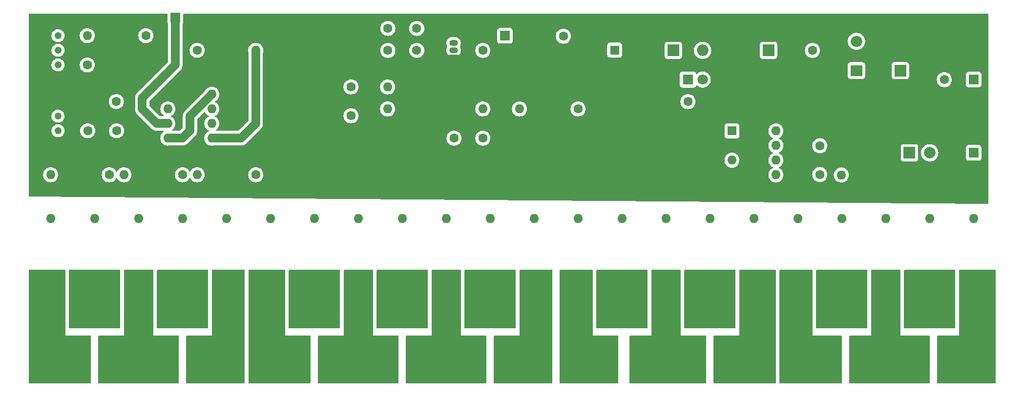
<source format=gtl>
%TF.GenerationSoftware,KiCad,Pcbnew,7.0.7*%
%TF.CreationDate,2023-11-25T21:21:33+09:00*%
%TF.ProjectId,StylophoneV1,5374796c-6f70-4686-9f6e-6556312e6b69,rev?*%
%TF.SameCoordinates,Original*%
%TF.FileFunction,Copper,L1,Top*%
%TF.FilePolarity,Positive*%
%FSLAX46Y46*%
G04 Gerber Fmt 4.6, Leading zero omitted, Abs format (unit mm)*
G04 Created by KiCad (PCBNEW 7.0.7) date 2023-11-25 21:21:33*
%MOMM*%
%LPD*%
G01*
G04 APERTURE LIST*
%TA.AperFunction,ComponentPad*%
%ADD10R,1.700000X1.700000*%
%TD*%
%TA.AperFunction,ComponentPad*%
%ADD11O,1.700000X1.700000*%
%TD*%
%TA.AperFunction,ComponentPad*%
%ADD12O,2.000000X1.905000*%
%TD*%
%TA.AperFunction,ComponentPad*%
%ADD13R,2.000000X1.905000*%
%TD*%
%TA.AperFunction,ComponentPad*%
%ADD14O,1.600000X1.600000*%
%TD*%
%TA.AperFunction,ComponentPad*%
%ADD15R,1.600000X1.600000*%
%TD*%
%TA.AperFunction,ComponentPad*%
%ADD16C,1.600000*%
%TD*%
%TA.AperFunction,ComponentPad*%
%ADD17C,1.240000*%
%TD*%
%TA.AperFunction,ComponentPad*%
%ADD18O,1.500000X1.050000*%
%TD*%
%TA.AperFunction,ComponentPad*%
%ADD19R,1.500000X1.050000*%
%TD*%
%TA.AperFunction,ComponentPad*%
%ADD20C,1.800000*%
%TD*%
%TA.AperFunction,ComponentPad*%
%ADD21R,1.800000X1.800000*%
%TD*%
%TA.AperFunction,ComponentPad*%
%ADD22O,2.000000X2.000000*%
%TD*%
%TA.AperFunction,ComponentPad*%
%ADD23R,2.000000X2.000000*%
%TD*%
%TA.AperFunction,ComponentPad*%
%ADD24C,2.000000*%
%TD*%
%TA.AperFunction,Conductor*%
%ADD25C,1.500000*%
%TD*%
G04 APERTURE END LIST*
D10*
%TO.P,J2,1,Pin_1*%
%TO.N,Stylus*%
X90170000Y-66675000D03*
%TD*%
%TO.P,LS1,1,1*%
%TO.N,Net-(C9-Pad2)*%
X228600000Y-90170000D03*
D11*
%TO.P,LS1,2,2*%
%TO.N,GND*%
X228600000Y-92710000D03*
%TD*%
D10*
%TO.P,J1,1,Pin_1*%
%TO.N,VCC*%
X228600000Y-77465000D03*
D11*
%TO.P,J1,2,Pin_2*%
%TO.N,GND*%
X228600000Y-80005000D03*
%TD*%
D12*
%TO.P,U3,3,VO*%
%TO.N,+5V*%
X208280000Y-70810000D03*
%TO.P,U3,2,GND*%
%TO.N,GND*%
X208280000Y-73350000D03*
D13*
%TO.P,U3,1,VI*%
%TO.N,VCC*%
X208280000Y-75890000D03*
%TD*%
D14*
%TO.P,U2,8,GAIN*%
%TO.N,unconnected-(U2-GAIN-Pad8)*%
X194320000Y-86370000D03*
%TO.P,U2,7,BYPASS*%
%TO.N,unconnected-(U2-BYPASS-Pad7)*%
X194320000Y-88910000D03*
%TO.P,U2,6,V+*%
%TO.N,+5V*%
X194320000Y-91450000D03*
%TO.P,U2,5*%
%TO.N,Net-(C10-Pad1)*%
X194320000Y-93990000D03*
%TO.P,U2,4,GND*%
%TO.N,GND*%
X186700000Y-93990000D03*
%TO.P,U2,3,+*%
%TO.N,Net-(R33-WIPER)*%
X186700000Y-91450000D03*
%TO.P,U2,2,-*%
%TO.N,GND*%
X186700000Y-88910000D03*
D15*
%TO.P,U2,1,GAIN*%
%TO.N,unconnected-(U2-GAIN-Pad1)*%
X186700000Y-86370000D03*
%TD*%
D14*
%TO.P,U1,8,VCC*%
%TO.N,+5V*%
X96520000Y-80010000D03*
%TO.P,U1,7,DIS*%
%TO.N,unconnected-(U1-DIS-Pad7)*%
X96520000Y-82550000D03*
%TO.P,U1,6,THR*%
%TO.N,Net-(U1-THR)*%
X96520000Y-85090000D03*
%TO.P,U1,5,CV*%
%TO.N,Net-(U1-CV)*%
X96520000Y-87630000D03*
%TO.P,U1,4,R*%
%TO.N,+5V*%
X88900000Y-87630000D03*
%TO.P,U1,3,Q*%
%TO.N,Stylus*%
X88900000Y-85090000D03*
%TO.P,U1,2,TR*%
%TO.N,Net-(U1-THR)*%
X88900000Y-82550000D03*
D15*
%TO.P,U1,1,GND*%
%TO.N,GND*%
X88900000Y-80010000D03*
%TD*%
D11*
%TO.P,SW1,2*%
%TO.N,GND*%
X149860000Y-69850000D03*
D10*
%TO.P,SW1,1*%
%TO.N,Net-(Q1-C)*%
X147320000Y-69850000D03*
%TD*%
D14*
%TO.P,R36,2*%
%TO.N,GND*%
X168910000Y-81280000D03*
D16*
%TO.P,R36,1*%
%TO.N,Net-(D2-K)*%
X179070000Y-81280000D03*
%TD*%
D14*
%TO.P,R35,2*%
%TO.N,Net-(C10-Pad2)*%
X205660000Y-94020000D03*
D16*
%TO.P,R35,1*%
%TO.N,GND*%
X205660000Y-83860000D03*
%TD*%
D14*
%TO.P,R34,2*%
%TO.N,Net-(R32-Pad1)*%
X228600000Y-101600000D03*
D16*
%TO.P,R34,1*%
%TO.N,ps*%
X228600000Y-111760000D03*
%TD*%
D17*
%TO.P,R33,3,CW*%
%TO.N,GND*%
X69840000Y-81270000D03*
%TO.P,R33,2,WIPER*%
%TO.N,Net-(R33-WIPER)*%
X69840000Y-83810000D03*
%TO.P,R33,1,CCW*%
%TO.N,Net-(R33-CCW)*%
X69840000Y-86350000D03*
%TD*%
D14*
%TO.P,R32,2*%
%TO.N,Net-(R31-Pad1)*%
X220980000Y-101600000D03*
D16*
%TO.P,R32,1*%
%TO.N,Net-(R32-Pad1)*%
X220980000Y-111760000D03*
%TD*%
D14*
%TO.P,R31,2*%
%TO.N,Net-(R30-Pad1)*%
X213360000Y-101600000D03*
D16*
%TO.P,R31,1*%
%TO.N,Net-(R31-Pad1)*%
X213360000Y-111760000D03*
%TD*%
D14*
%TO.P,R30,2*%
%TO.N,Net-(R29-Pad1)*%
X205740000Y-101600000D03*
D16*
%TO.P,R30,1*%
%TO.N,Net-(R30-Pad1)*%
X205740000Y-111760000D03*
%TD*%
D14*
%TO.P,R29,2*%
%TO.N,Net-(R28-Pad1)*%
X198120000Y-101600000D03*
D16*
%TO.P,R29,1*%
%TO.N,Net-(R29-Pad1)*%
X198120000Y-111760000D03*
%TD*%
D14*
%TO.P,R28,2*%
%TO.N,Net-(R27-Pad1)*%
X190500000Y-101600000D03*
D16*
%TO.P,R28,1*%
%TO.N,Net-(R28-Pad1)*%
X190500000Y-111760000D03*
%TD*%
D14*
%TO.P,R27,2*%
%TO.N,Net-(R26-Pad1)*%
X182880000Y-101600000D03*
D16*
%TO.P,R27,1*%
%TO.N,Net-(R27-Pad1)*%
X182880000Y-111760000D03*
%TD*%
D14*
%TO.P,R26,2*%
%TO.N,Net-(R25-Pad1)*%
X175260000Y-101600000D03*
D16*
%TO.P,R26,1*%
%TO.N,Net-(R26-Pad1)*%
X175260000Y-111760000D03*
%TD*%
D14*
%TO.P,R25,2*%
%TO.N,Net-(R24-Pad1)*%
X167640000Y-101600000D03*
D16*
%TO.P,R25,1*%
%TO.N,Net-(R25-Pad1)*%
X167640000Y-111760000D03*
%TD*%
D14*
%TO.P,R24,2*%
%TO.N,Net-(R23-Pad1)*%
X160020000Y-101600000D03*
D16*
%TO.P,R24,1*%
%TO.N,Net-(R24-Pad1)*%
X160020000Y-111760000D03*
%TD*%
D14*
%TO.P,R23,2*%
%TO.N,Net-(R22-Pad1)*%
X152400000Y-101600000D03*
D16*
%TO.P,R23,1*%
%TO.N,Net-(R23-Pad1)*%
X152400000Y-111760000D03*
%TD*%
D14*
%TO.P,R22,2*%
%TO.N,Net-(R21-Pad1)*%
X144780000Y-101600000D03*
D16*
%TO.P,R22,1*%
%TO.N,Net-(R22-Pad1)*%
X144780000Y-111760000D03*
%TD*%
D14*
%TO.P,R21,2*%
%TO.N,Net-(R20-Pad1)*%
X137160000Y-101600000D03*
D16*
%TO.P,R21,1*%
%TO.N,Net-(R21-Pad1)*%
X137160000Y-111760000D03*
%TD*%
D14*
%TO.P,R20,2*%
%TO.N,Net-(R19-Pad1)*%
X129540000Y-101600000D03*
D16*
%TO.P,R20,1*%
%TO.N,Net-(R20-Pad1)*%
X129540000Y-111760000D03*
%TD*%
D14*
%TO.P,R19,2*%
%TO.N,Net-(R18-Pad1)*%
X121920000Y-101600000D03*
D16*
%TO.P,R19,1*%
%TO.N,Net-(R19-Pad1)*%
X121920000Y-111760000D03*
%TD*%
D14*
%TO.P,R18,2*%
%TO.N,Net-(R17-Pad1)*%
X114300000Y-101600000D03*
D16*
%TO.P,R18,1*%
%TO.N,Net-(R18-Pad1)*%
X114300000Y-111760000D03*
%TD*%
D14*
%TO.P,R17,2*%
%TO.N,Net-(R16-Pad1)*%
X106680000Y-101600000D03*
D16*
%TO.P,R17,1*%
%TO.N,Net-(R17-Pad1)*%
X106680000Y-111760000D03*
%TD*%
D14*
%TO.P,R16,2*%
%TO.N,Net-(R15-Pad1)*%
X99060000Y-101600000D03*
D16*
%TO.P,R16,1*%
%TO.N,Net-(R16-Pad1)*%
X99060000Y-111760000D03*
%TD*%
D14*
%TO.P,R15,2*%
%TO.N,Net-(R14-Pad1)*%
X91440000Y-101600000D03*
D16*
%TO.P,R15,1*%
%TO.N,Net-(R15-Pad1)*%
X91440000Y-111760000D03*
%TD*%
D14*
%TO.P,R14,2*%
%TO.N,Net-(R13-Pad1)*%
X83820000Y-101600000D03*
D16*
%TO.P,R14,1*%
%TO.N,Net-(R14-Pad1)*%
X83820000Y-111760000D03*
%TD*%
D14*
%TO.P,R13,2*%
%TO.N,Net-(R12-Pad1)*%
X76200000Y-101600000D03*
D16*
%TO.P,R13,1*%
%TO.N,Net-(R13-Pad1)*%
X76200000Y-111760000D03*
%TD*%
D14*
%TO.P,R12,2*%
%TO.N,Net-(R11-Pad2)*%
X68580000Y-101600000D03*
D16*
%TO.P,R12,1*%
%TO.N,Net-(R12-Pad1)*%
X68580000Y-111760000D03*
%TD*%
D14*
%TO.P,R11,2*%
%TO.N,Net-(R11-Pad2)*%
X68580000Y-93980000D03*
D16*
%TO.P,R11,1*%
%TO.N,Net-(R10-Pad2)*%
X78740000Y-93980000D03*
%TD*%
D14*
%TO.P,R10,2*%
%TO.N,Net-(R10-Pad2)*%
X81280000Y-93980000D03*
D16*
%TO.P,R10,1*%
%TO.N,Net-(R10-Pad1)*%
X91440000Y-93980000D03*
%TD*%
D14*
%TO.P,R9,2*%
%TO.N,Net-(R10-Pad1)*%
X93980000Y-93980000D03*
D16*
%TO.P,R9,1*%
%TO.N,Net-(U1-THR)*%
X104140000Y-93980000D03*
%TD*%
D14*
%TO.P,R8,2*%
%TO.N,Net-(C5-Pad2)*%
X127000000Y-78740000D03*
D16*
%TO.P,R8,1*%
%TO.N,GND*%
X137160000Y-78740000D03*
%TD*%
D14*
%TO.P,R7,2*%
%TO.N,Net-(C4-Pad2)*%
X127000000Y-82550000D03*
D16*
%TO.P,R7,1*%
%TO.N,GND*%
X137160000Y-82550000D03*
%TD*%
D14*
%TO.P,R6,2*%
%TO.N,Net-(Q1-C)*%
X143510000Y-82550000D03*
D16*
%TO.P,R6,1*%
%TO.N,Net-(Q1-B)*%
X143510000Y-72390000D03*
%TD*%
D14*
%TO.P,R5,2*%
%TO.N,Net-(Q1-C)*%
X149860000Y-82550000D03*
D16*
%TO.P,R5,1*%
%TO.N,+5V*%
X160020000Y-82550000D03*
%TD*%
D14*
%TO.P,R4,2*%
%TO.N,Net-(U1-CV)*%
X104130000Y-72380000D03*
D16*
%TO.P,R4,1*%
%TO.N,Net-(R2-WIPER)*%
X93970000Y-72380000D03*
%TD*%
D14*
%TO.P,R3,2*%
%TO.N,GND*%
X85080000Y-74920000D03*
D16*
%TO.P,R3,1*%
%TO.N,Net-(R2-CCW)*%
X74920000Y-74920000D03*
%TD*%
D17*
%TO.P,R2,3,CW*%
%TO.N,Net-(R2-CW)*%
X69840000Y-69840000D03*
%TO.P,R2,2,WIPER*%
%TO.N,Net-(R2-WIPER)*%
X69840000Y-72380000D03*
%TO.P,R2,1,CCW*%
%TO.N,Net-(R2-CCW)*%
X69840000Y-74920000D03*
%TD*%
D14*
%TO.P,R1,2*%
%TO.N,Net-(R2-CW)*%
X74920000Y-69840000D03*
D16*
%TO.P,R1,1*%
%TO.N,+5V*%
X85080000Y-69840000D03*
%TD*%
D18*
%TO.P,Q1,3,C*%
%TO.N,Net-(Q1-C)*%
X138430000Y-71120000D03*
%TO.P,Q1,2,B*%
%TO.N,Net-(Q1-B)*%
X138430000Y-72390000D03*
D19*
%TO.P,Q1,1,E*%
%TO.N,GND*%
X138430000Y-73660000D03*
%TD*%
D20*
%TO.P,D2,2,A*%
%TO.N,+5V*%
X181610000Y-77470000D03*
D21*
%TO.P,D2,1,K*%
%TO.N,Net-(D2-K)*%
X179070000Y-77470000D03*
%TD*%
D22*
%TO.P,D1,2,A*%
%TO.N,+5V*%
X181610000Y-72390000D03*
D23*
%TO.P,D1,1,K*%
%TO.N,Net-(D1-K)*%
X176530000Y-72390000D03*
%TD*%
D16*
%TO.P,C14,2*%
%TO.N,GND*%
X223520000Y-72470000D03*
%TO.P,C14,1*%
%TO.N,VCC*%
X223520000Y-77470000D03*
%TD*%
%TO.P,C13,2*%
%TO.N,GND*%
X200660000Y-77390000D03*
%TO.P,C13,1*%
%TO.N,+5V*%
X200660000Y-72390000D03*
%TD*%
D24*
%TO.P,C12,2*%
%TO.N,GND*%
X215900000Y-72390000D03*
D23*
%TO.P,C12,1*%
%TO.N,VCC*%
X215900000Y-75890000D03*
%TD*%
D24*
%TO.P,C11,2*%
%TO.N,GND*%
X193040000Y-75890000D03*
D23*
%TO.P,C11,1*%
%TO.N,+5V*%
X193040000Y-72390000D03*
%TD*%
D16*
%TO.P,C10,2*%
%TO.N,Net-(C10-Pad2)*%
X201930000Y-93940000D03*
%TO.P,C10,1*%
%TO.N,Net-(C10-Pad1)*%
X201930000Y-88940000D03*
%TD*%
D23*
%TO.P,C9,1*%
%TO.N,Net-(C10-Pad1)*%
X217480000Y-90170000D03*
D24*
%TO.P,C9,2*%
%TO.N,Net-(C9-Pad2)*%
X220980000Y-90170000D03*
%TD*%
D16*
%TO.P,C8,1*%
%TO.N,Net-(R33-CCW)*%
X75000000Y-86350000D03*
%TO.P,C8,2*%
%TO.N,Stylus*%
X80000000Y-86350000D03*
%TD*%
%TO.P,C7,2*%
%TO.N,Net-(U1-THR)*%
X79960000Y-81270000D03*
%TO.P,C7,1*%
%TO.N,GND*%
X74960000Y-81270000D03*
%TD*%
%TO.P,C6,2*%
%TO.N,Net-(Q1-B)*%
X132040000Y-72390000D03*
%TO.P,C6,1*%
%TO.N,Net-(C5-Pad2)*%
X127040000Y-72390000D03*
%TD*%
%TO.P,C5,2*%
%TO.N,Net-(C5-Pad2)*%
X120650000Y-78740000D03*
%TO.P,C5,1*%
%TO.N,Net-(C4-Pad2)*%
X120650000Y-83740000D03*
%TD*%
%TO.P,C4,2*%
%TO.N,Net-(C4-Pad2)*%
X138510000Y-87630000D03*
%TO.P,C4,1*%
%TO.N,Net-(Q1-C)*%
X143510000Y-87630000D03*
%TD*%
%TO.P,C3,2*%
%TO.N,Net-(Q1-C)*%
X132040000Y-68580000D03*
%TO.P,C3,1*%
%TO.N,Net-(U1-CV)*%
X127040000Y-68580000D03*
%TD*%
%TO.P,C2,2*%
%TO.N,GND*%
X166370000Y-74850000D03*
D15*
%TO.P,C2,1*%
%TO.N,Net-(D1-K)*%
X166370000Y-72350000D03*
%TD*%
D16*
%TO.P,C1,2*%
%TO.N,GND*%
X157480000Y-74930000D03*
%TO.P,C1,1*%
%TO.N,Net-(D1-K)*%
X157480000Y-69930000D03*
%TD*%
D25*
%TO.N,Stylus*%
X84455000Y-82550000D02*
X86995000Y-85090000D01*
X90170000Y-74930000D02*
X84455000Y-80645000D01*
X90170000Y-66675000D02*
X90170000Y-74930000D01*
X84455000Y-80645000D02*
X84455000Y-82550000D01*
X86995000Y-85090000D02*
X88900000Y-85090000D01*
%TO.N,+5V*%
X92710000Y-83820000D02*
X96520000Y-80010000D01*
X92710000Y-86360000D02*
X92710000Y-83820000D01*
X88900000Y-87630000D02*
X91440000Y-87630000D01*
X91440000Y-87630000D02*
X92710000Y-86360000D01*
%TO.N,Net-(U1-CV)*%
X101600000Y-87630000D02*
X96520000Y-87630000D01*
X104130000Y-85100000D02*
X101600000Y-87630000D01*
X104130000Y-72380000D02*
X104130000Y-85100000D01*
%TD*%
%TA.AperFunction,Conductor*%
%TO.N,Net-(R13-Pad1)*%
G36*
X80588039Y-110509685D02*
G01*
X80633794Y-110562489D01*
X80645000Y-110614000D01*
X80645000Y-120526000D01*
X80625315Y-120593039D01*
X80572511Y-120638794D01*
X80521000Y-120650000D01*
X71879000Y-120650000D01*
X71811961Y-120630315D01*
X71766206Y-120577511D01*
X71755000Y-120526000D01*
X71755000Y-110614000D01*
X71774685Y-110546961D01*
X71827489Y-110501206D01*
X71879000Y-110490000D01*
X80521000Y-110490000D01*
X80588039Y-110509685D01*
G37*
%TD.AperFunction*%
%TD*%
%TA.AperFunction,Conductor*%
%TO.N,Net-(R15-Pad1)*%
G36*
X95828039Y-110509685D02*
G01*
X95873794Y-110562489D01*
X95885000Y-110614000D01*
X95885000Y-120526000D01*
X95865315Y-120593039D01*
X95812511Y-120638794D01*
X95761000Y-120650000D01*
X87119000Y-120650000D01*
X87051961Y-120630315D01*
X87006206Y-120577511D01*
X86995000Y-120526000D01*
X86995000Y-110614000D01*
X87014685Y-110546961D01*
X87067489Y-110501206D01*
X87119000Y-110490000D01*
X95761000Y-110490000D01*
X95828039Y-110509685D01*
G37*
%TD.AperFunction*%
%TD*%
%TA.AperFunction,Conductor*%
%TO.N,Net-(R14-Pad1)*%
G36*
X86303039Y-110509685D02*
G01*
X86348794Y-110562489D01*
X86360000Y-110614000D01*
X86360000Y-121920000D01*
X90681000Y-121920000D01*
X90748039Y-121939685D01*
X90793794Y-121992489D01*
X90805000Y-122044000D01*
X90805000Y-130051000D01*
X90785315Y-130118039D01*
X90732511Y-130163794D01*
X90681000Y-130175000D01*
X76959000Y-130175000D01*
X76891961Y-130155315D01*
X76846206Y-130102511D01*
X76835000Y-130051000D01*
X76835000Y-122044000D01*
X76854685Y-121976961D01*
X76907489Y-121931206D01*
X76959000Y-121920000D01*
X81280000Y-121920000D01*
X81280000Y-110614000D01*
X81299685Y-110546961D01*
X81352489Y-110501206D01*
X81404000Y-110490000D01*
X86236000Y-110490000D01*
X86303039Y-110509685D01*
G37*
%TD.AperFunction*%
%TD*%
%TA.AperFunction,Conductor*%
%TO.N,Net-(R16-Pad1)*%
G36*
X102178039Y-110509685D02*
G01*
X102223794Y-110562489D01*
X102235000Y-110614000D01*
X102235000Y-130051000D01*
X102215315Y-130118039D01*
X102162511Y-130163794D01*
X102111000Y-130175000D01*
X92199000Y-130175000D01*
X92131961Y-130155315D01*
X92086206Y-130102511D01*
X92075000Y-130051000D01*
X92075000Y-122044000D01*
X92094685Y-121976961D01*
X92147489Y-121931206D01*
X92199000Y-121920000D01*
X96520000Y-121920000D01*
X96520000Y-110614000D01*
X96539685Y-110546961D01*
X96592489Y-110501206D01*
X96644000Y-110490000D01*
X102111000Y-110490000D01*
X102178039Y-110509685D01*
G37*
%TD.AperFunction*%
%TD*%
%TA.AperFunction,Conductor*%
%TO.N,Net-(R17-Pad1)*%
G36*
X109163039Y-110509685D02*
G01*
X109208794Y-110562489D01*
X109219999Y-110613999D01*
X109220000Y-121920000D01*
X113541000Y-121920000D01*
X113608039Y-121939685D01*
X113653794Y-121992489D01*
X113665000Y-122044000D01*
X113665000Y-130051000D01*
X113645315Y-130118039D01*
X113592511Y-130163794D01*
X113541000Y-130175000D01*
X102994000Y-130175000D01*
X102926961Y-130155315D01*
X102881206Y-130102511D01*
X102870000Y-130051000D01*
X102870000Y-110614000D01*
X102889685Y-110546961D01*
X102942489Y-110501206D01*
X102994000Y-110490000D01*
X109096000Y-110490000D01*
X109163039Y-110509685D01*
G37*
%TD.AperFunction*%
%TD*%
%TA.AperFunction,Conductor*%
%TO.N,Net-(R18-Pad1)*%
G36*
X118688039Y-110509685D02*
G01*
X118733794Y-110562489D01*
X118745000Y-110614000D01*
X118745000Y-120526000D01*
X118725315Y-120593039D01*
X118672511Y-120638794D01*
X118621000Y-120650000D01*
X109979000Y-120650000D01*
X109911961Y-120630315D01*
X109866206Y-120577511D01*
X109855000Y-120526000D01*
X109855000Y-110614000D01*
X109874685Y-110546961D01*
X109927489Y-110501206D01*
X109979000Y-110490000D01*
X118621000Y-110490000D01*
X118688039Y-110509685D01*
G37*
%TD.AperFunction*%
%TD*%
%TA.AperFunction,Conductor*%
%TO.N,Net-(R19-Pad1)*%
G36*
X124403039Y-110509685D02*
G01*
X124448794Y-110562489D01*
X124460000Y-110614000D01*
X124460000Y-121920000D01*
X128781000Y-121920000D01*
X128848039Y-121939685D01*
X128893794Y-121992489D01*
X128905000Y-122044000D01*
X128905000Y-130051000D01*
X128885315Y-130118039D01*
X128832511Y-130163794D01*
X128781000Y-130175000D01*
X115059000Y-130175000D01*
X114991961Y-130155315D01*
X114946206Y-130102511D01*
X114935000Y-130051000D01*
X114935000Y-122044000D01*
X114954685Y-121976961D01*
X115007489Y-121931206D01*
X115059000Y-121920000D01*
X119380000Y-121920000D01*
X119380000Y-110614000D01*
X119399685Y-110546961D01*
X119452489Y-110501206D01*
X119504000Y-110490000D01*
X124336000Y-110490000D01*
X124403039Y-110509685D01*
G37*
%TD.AperFunction*%
%TD*%
%TA.AperFunction,Conductor*%
%TO.N,Net-(R20-Pad1)*%
G36*
X133928039Y-110509685D02*
G01*
X133973794Y-110562489D01*
X133985000Y-110614000D01*
X133985000Y-120526000D01*
X133965315Y-120593039D01*
X133912511Y-120638794D01*
X133861000Y-120650000D01*
X125219000Y-120650000D01*
X125151961Y-120630315D01*
X125106206Y-120577511D01*
X125095000Y-120526000D01*
X125095000Y-110614000D01*
X125114685Y-110546961D01*
X125167489Y-110501206D01*
X125219000Y-110490000D01*
X133861000Y-110490000D01*
X133928039Y-110509685D01*
G37*
%TD.AperFunction*%
%TD*%
%TA.AperFunction,Conductor*%
%TO.N,Net-(R12-Pad1)*%
G36*
X71063039Y-110509685D02*
G01*
X71108794Y-110562489D01*
X71120000Y-110613999D01*
X71120000Y-121920000D01*
X75441000Y-121920000D01*
X75508039Y-121939685D01*
X75553794Y-121992489D01*
X75565000Y-122044000D01*
X75565000Y-130051000D01*
X75545315Y-130118039D01*
X75492511Y-130163794D01*
X75441000Y-130175000D01*
X64894000Y-130175000D01*
X64826961Y-130155315D01*
X64781206Y-130102511D01*
X64770000Y-130051000D01*
X64770000Y-110614000D01*
X64789685Y-110546961D01*
X64842489Y-110501206D01*
X64894000Y-110490000D01*
X70996000Y-110490000D01*
X71063039Y-110509685D01*
G37*
%TD.AperFunction*%
%TD*%
%TA.AperFunction,Conductor*%
%TO.N,Net-(R21-Pad1)*%
G36*
X139643039Y-110509685D02*
G01*
X139688794Y-110562489D01*
X139700000Y-110614000D01*
X139700000Y-121920000D01*
X144021000Y-121920000D01*
X144088039Y-121939685D01*
X144133794Y-121992489D01*
X144145000Y-122044000D01*
X144145000Y-130051000D01*
X144125315Y-130118039D01*
X144072511Y-130163794D01*
X144021000Y-130175000D01*
X130299000Y-130175000D01*
X130231961Y-130155315D01*
X130186206Y-130102511D01*
X130175000Y-130051000D01*
X130175000Y-122044000D01*
X130194685Y-121976961D01*
X130247489Y-121931206D01*
X130299000Y-121920000D01*
X134620000Y-121920000D01*
X134620000Y-110614000D01*
X134639685Y-110546961D01*
X134692489Y-110501206D01*
X134744000Y-110490000D01*
X139576000Y-110490000D01*
X139643039Y-110509685D01*
G37*
%TD.AperFunction*%
%TD*%
%TA.AperFunction,Conductor*%
%TO.N,Net-(R22-Pad1)*%
G36*
X149168039Y-110509685D02*
G01*
X149213794Y-110562489D01*
X149225000Y-110614000D01*
X149225000Y-120526000D01*
X149205315Y-120593039D01*
X149152511Y-120638794D01*
X149101000Y-120650000D01*
X140459000Y-120650000D01*
X140391961Y-120630315D01*
X140346206Y-120577511D01*
X140335000Y-120526000D01*
X140335000Y-110614000D01*
X140354685Y-110546961D01*
X140407489Y-110501206D01*
X140459000Y-110490000D01*
X149101000Y-110490000D01*
X149168039Y-110509685D01*
G37*
%TD.AperFunction*%
%TD*%
%TA.AperFunction,Conductor*%
%TO.N,Net-(R23-Pad1)*%
G36*
X155518039Y-110509685D02*
G01*
X155563794Y-110562489D01*
X155575000Y-110614000D01*
X155575000Y-130051000D01*
X155555315Y-130118039D01*
X155502511Y-130163794D01*
X155451000Y-130175000D01*
X145539000Y-130175000D01*
X145471961Y-130155315D01*
X145426206Y-130102511D01*
X145415000Y-130051000D01*
X145415000Y-122044000D01*
X145434685Y-121976961D01*
X145487489Y-121931206D01*
X145539000Y-121920000D01*
X149860000Y-121920000D01*
X149860000Y-110614000D01*
X149879685Y-110546961D01*
X149932489Y-110501206D01*
X149984000Y-110490000D01*
X155451000Y-110490000D01*
X155518039Y-110509685D01*
G37*
%TD.AperFunction*%
%TD*%
%TA.AperFunction,Conductor*%
%TO.N,Net-(R25-Pad1)*%
G36*
X172028039Y-110509685D02*
G01*
X172073794Y-110562489D01*
X172085000Y-110614000D01*
X172085000Y-120526000D01*
X172065315Y-120593039D01*
X172012511Y-120638794D01*
X171961000Y-120650000D01*
X163319000Y-120650000D01*
X163251961Y-120630315D01*
X163206206Y-120577511D01*
X163195000Y-120526000D01*
X163195000Y-110614000D01*
X163214685Y-110546961D01*
X163267489Y-110501206D01*
X163319000Y-110490000D01*
X171961000Y-110490000D01*
X172028039Y-110509685D01*
G37*
%TD.AperFunction*%
%TD*%
%TA.AperFunction,Conductor*%
%TO.N,Net-(R24-Pad1)*%
G36*
X162503039Y-110509685D02*
G01*
X162548794Y-110562489D01*
X162560000Y-110613999D01*
X162560000Y-121920000D01*
X166881000Y-121920000D01*
X166948039Y-121939685D01*
X166993794Y-121992489D01*
X167005000Y-122044000D01*
X167005000Y-130051000D01*
X166985315Y-130118039D01*
X166932511Y-130163794D01*
X166881000Y-130175000D01*
X156969000Y-130175000D01*
X156901961Y-130155315D01*
X156856206Y-130102511D01*
X156845000Y-130051000D01*
X156845000Y-110614000D01*
X156864685Y-110546961D01*
X156917489Y-110501206D01*
X156969000Y-110490000D01*
X162436000Y-110490000D01*
X162503039Y-110509685D01*
G37*
%TD.AperFunction*%
%TD*%
%TA.AperFunction,Conductor*%
%TO.N,Net-(R26-Pad1)*%
G36*
X177743039Y-110509685D02*
G01*
X177788794Y-110562489D01*
X177799999Y-110614000D01*
X177800000Y-121920000D01*
X182121000Y-121920000D01*
X182188039Y-121939685D01*
X182233794Y-121992489D01*
X182245000Y-122044000D01*
X182245000Y-130051000D01*
X182225315Y-130118039D01*
X182172511Y-130163794D01*
X182121000Y-130175000D01*
X169034000Y-130175000D01*
X168966961Y-130155315D01*
X168921206Y-130102511D01*
X168910000Y-130051000D01*
X168910000Y-122044000D01*
X168929685Y-121976961D01*
X168982489Y-121931206D01*
X169034000Y-121920000D01*
X172720000Y-121920000D01*
X172720000Y-110614000D01*
X172739685Y-110546961D01*
X172792489Y-110501206D01*
X172844000Y-110490000D01*
X177676000Y-110490000D01*
X177743039Y-110509685D01*
G37*
%TD.AperFunction*%
%TD*%
%TA.AperFunction,Conductor*%
%TO.N,Net-(R27-Pad1)*%
G36*
X187268039Y-110509685D02*
G01*
X187313794Y-110562489D01*
X187325000Y-110614000D01*
X187325000Y-120526000D01*
X187305315Y-120593039D01*
X187252511Y-120638794D01*
X187201000Y-120650000D01*
X178559000Y-120650000D01*
X178491961Y-120630315D01*
X178446206Y-120577511D01*
X178435000Y-120526000D01*
X178435000Y-110614000D01*
X178454685Y-110546961D01*
X178507489Y-110501206D01*
X178559000Y-110490000D01*
X187201000Y-110490000D01*
X187268039Y-110509685D01*
G37*
%TD.AperFunction*%
%TD*%
%TA.AperFunction,Conductor*%
%TO.N,Net-(R28-Pad1)*%
G36*
X194253039Y-110509685D02*
G01*
X194298794Y-110562489D01*
X194310000Y-110614000D01*
X194310000Y-130051000D01*
X194290315Y-130118039D01*
X194237511Y-130163794D01*
X194186000Y-130175000D01*
X183639000Y-130175000D01*
X183571961Y-130155315D01*
X183526206Y-130102511D01*
X183515000Y-130051000D01*
X183515000Y-122044000D01*
X183534685Y-121976961D01*
X183587489Y-121931206D01*
X183639000Y-121920000D01*
X187960000Y-121920000D01*
X187960000Y-110614000D01*
X187979685Y-110546961D01*
X188032489Y-110501206D01*
X188084000Y-110490000D01*
X194186000Y-110490000D01*
X194253039Y-110509685D01*
G37*
%TD.AperFunction*%
%TD*%
%TA.AperFunction,Conductor*%
%TO.N,Net-(R29-Pad1)*%
G36*
X200603039Y-110509685D02*
G01*
X200648794Y-110562489D01*
X200660000Y-110613999D01*
X200660000Y-121920000D01*
X205616000Y-121920000D01*
X205683039Y-121939685D01*
X205728794Y-121992489D01*
X205740000Y-122044000D01*
X205740000Y-130051000D01*
X205720315Y-130118039D01*
X205667511Y-130163794D01*
X205616000Y-130175000D01*
X195069000Y-130175000D01*
X195001961Y-130155315D01*
X194956206Y-130102511D01*
X194945000Y-130051000D01*
X194945000Y-110614000D01*
X194964685Y-110546961D01*
X195017489Y-110501206D01*
X195069000Y-110490000D01*
X200536000Y-110490000D01*
X200603039Y-110509685D01*
G37*
%TD.AperFunction*%
%TD*%
%TA.AperFunction,Conductor*%
%TO.N,Net-(R30-Pad1)*%
G36*
X210128039Y-110509685D02*
G01*
X210173794Y-110562489D01*
X210185000Y-110614000D01*
X210185000Y-120526000D01*
X210165315Y-120593039D01*
X210112511Y-120638794D01*
X210061000Y-120650000D01*
X201419000Y-120650000D01*
X201351961Y-120630315D01*
X201306206Y-120577511D01*
X201295000Y-120526000D01*
X201295000Y-110614000D01*
X201314685Y-110546961D01*
X201367489Y-110501206D01*
X201419000Y-110490000D01*
X210061000Y-110490000D01*
X210128039Y-110509685D01*
G37*
%TD.AperFunction*%
%TD*%
%TA.AperFunction,Conductor*%
%TO.N,Net-(R31-Pad1)*%
G36*
X215843039Y-110509685D02*
G01*
X215888794Y-110562489D01*
X215900000Y-110614000D01*
X215900000Y-121920000D01*
X220856000Y-121920000D01*
X220923039Y-121939685D01*
X220968794Y-121992489D01*
X220980000Y-122044000D01*
X220980000Y-130051000D01*
X220960315Y-130118039D01*
X220907511Y-130163794D01*
X220856000Y-130175000D01*
X207134000Y-130175000D01*
X207066961Y-130155315D01*
X207021206Y-130102511D01*
X207010000Y-130051000D01*
X207010000Y-122044000D01*
X207029685Y-121976961D01*
X207082489Y-121931206D01*
X207134000Y-121920000D01*
X210820000Y-121920000D01*
X210820000Y-110614000D01*
X210839685Y-110546961D01*
X210892489Y-110501206D01*
X210944000Y-110490000D01*
X215776000Y-110490000D01*
X215843039Y-110509685D01*
G37*
%TD.AperFunction*%
%TD*%
%TA.AperFunction,Conductor*%
%TO.N,Net-(R32-Pad1)*%
G36*
X225368039Y-110509685D02*
G01*
X225413794Y-110562489D01*
X225425000Y-110614000D01*
X225425000Y-120526000D01*
X225405315Y-120593039D01*
X225352511Y-120638794D01*
X225301000Y-120650000D01*
X216659000Y-120650000D01*
X216591961Y-120630315D01*
X216546206Y-120577511D01*
X216535000Y-120526000D01*
X216535000Y-110614000D01*
X216554685Y-110546961D01*
X216607489Y-110501206D01*
X216659000Y-110490000D01*
X225301000Y-110490000D01*
X225368039Y-110509685D01*
G37*
%TD.AperFunction*%
%TD*%
%TA.AperFunction,Conductor*%
%TO.N,ps*%
G36*
X232353039Y-110509685D02*
G01*
X232398794Y-110562489D01*
X232410000Y-110614000D01*
X232410000Y-130051000D01*
X232390315Y-130118039D01*
X232337511Y-130163794D01*
X232286000Y-130175000D01*
X222374000Y-130175000D01*
X222306961Y-130155315D01*
X222261206Y-130102511D01*
X222250000Y-130051000D01*
X222250000Y-122044000D01*
X222269685Y-121976961D01*
X222322489Y-121931206D01*
X222374000Y-121920000D01*
X226060000Y-121920000D01*
X226060000Y-110614000D01*
X226079685Y-110546961D01*
X226132489Y-110501206D01*
X226184000Y-110490000D01*
X232286000Y-110490000D01*
X232353039Y-110509685D01*
G37*
%TD.AperFunction*%
%TD*%
%TA.AperFunction,Conductor*%
%TO.N,GND*%
G36*
X88762539Y-66059685D02*
G01*
X88808294Y-66112489D01*
X88819500Y-66164000D01*
X88819500Y-67572870D01*
X88819501Y-67572876D01*
X88825908Y-67632483D01*
X88876203Y-67767329D01*
X88894766Y-67792126D01*
X88919184Y-67857590D01*
X88919500Y-67866438D01*
X88919500Y-74360663D01*
X88899815Y-74427702D01*
X88883181Y-74448344D01*
X83622885Y-79708639D01*
X83617699Y-79713274D01*
X83587337Y-79737488D01*
X83587333Y-79737492D01*
X83542365Y-79788960D01*
X83539521Y-79792003D01*
X83531064Y-79800461D01*
X83531054Y-79800472D01*
X83504049Y-79832818D01*
X83439234Y-79907004D01*
X83439230Y-79907010D01*
X83436981Y-79910774D01*
X83425746Y-79926608D01*
X83422934Y-79929977D01*
X83422932Y-79929981D01*
X83374316Y-80015659D01*
X83346321Y-80062514D01*
X83323783Y-80100238D01*
X83322247Y-80104332D01*
X83314008Y-80121945D01*
X83311850Y-80125747D01*
X83311846Y-80125757D01*
X83279307Y-80218746D01*
X83244694Y-80310970D01*
X83244689Y-80310988D01*
X83243909Y-80315288D01*
X83238952Y-80334069D01*
X83237503Y-80338209D01*
X83237502Y-80338215D01*
X83222089Y-80435527D01*
X83204500Y-80532448D01*
X83204500Y-80536827D01*
X83202973Y-80556229D01*
X83202289Y-80560540D01*
X83204500Y-80659021D01*
X83204500Y-82476293D01*
X83204110Y-82483231D01*
X83201792Y-82503804D01*
X83199762Y-82521823D01*
X83199761Y-82521831D01*
X83204359Y-82590013D01*
X83204500Y-82594186D01*
X83204500Y-82606156D01*
X83208277Y-82648124D01*
X83214903Y-82746407D01*
X83214903Y-82746412D01*
X83215972Y-82750652D01*
X83219230Y-82769824D01*
X83219623Y-82774190D01*
X83245835Y-82869165D01*
X83269903Y-82964681D01*
X83271715Y-82968670D01*
X83278340Y-82986944D01*
X83279504Y-82991162D01*
X83279507Y-82991170D01*
X83322253Y-83079935D01*
X83362993Y-83169626D01*
X83362994Y-83169629D01*
X83365483Y-83173221D01*
X83375269Y-83190026D01*
X83377166Y-83193965D01*
X83377174Y-83193979D01*
X83435078Y-83273676D01*
X83491180Y-83354655D01*
X83494273Y-83357748D01*
X83506907Y-83372539D01*
X83509478Y-83376078D01*
X83509481Y-83376081D01*
X83580679Y-83444153D01*
X86058642Y-85922116D01*
X86063279Y-85927304D01*
X86087492Y-85957666D01*
X86138967Y-86002639D01*
X86142000Y-86005474D01*
X86150470Y-86013944D01*
X86171756Y-86031715D01*
X86182814Y-86040947D01*
X86257004Y-86105765D01*
X86260750Y-86108003D01*
X86276624Y-86119265D01*
X86279981Y-86122068D01*
X86365659Y-86170683D01*
X86450236Y-86221215D01*
X86454327Y-86222750D01*
X86471955Y-86230996D01*
X86475755Y-86233153D01*
X86568746Y-86265692D01*
X86660976Y-86300307D01*
X86663565Y-86300776D01*
X86665274Y-86301087D01*
X86684089Y-86306053D01*
X86688217Y-86307498D01*
X86746564Y-86316739D01*
X86785527Y-86322910D01*
X86882450Y-86340500D01*
X86882453Y-86340500D01*
X86886828Y-86340500D01*
X86906231Y-86342028D01*
X86907938Y-86342297D01*
X86910540Y-86342710D01*
X87009002Y-86340500D01*
X88080966Y-86340500D01*
X88148005Y-86360185D01*
X88193760Y-86412989D01*
X88203704Y-86482147D01*
X88174679Y-86545703D01*
X88152089Y-86566075D01*
X88060858Y-86629954D01*
X87899954Y-86790858D01*
X87769432Y-86977265D01*
X87769431Y-86977267D01*
X87673261Y-87183502D01*
X87673258Y-87183511D01*
X87614366Y-87403302D01*
X87614364Y-87403313D01*
X87594532Y-87629998D01*
X87594532Y-87630001D01*
X87614364Y-87856686D01*
X87614366Y-87856697D01*
X87673258Y-88076488D01*
X87673261Y-88076497D01*
X87769431Y-88282732D01*
X87769432Y-88282734D01*
X87899954Y-88469141D01*
X88060858Y-88630045D01*
X88060861Y-88630047D01*
X88247266Y-88760568D01*
X88453504Y-88856739D01*
X88453509Y-88856740D01*
X88453511Y-88856741D01*
X88487193Y-88865766D01*
X88673308Y-88915635D01*
X88835230Y-88929801D01*
X88899998Y-88935468D01*
X88900000Y-88935468D01*
X88900002Y-88935468D01*
X88956673Y-88930509D01*
X89126692Y-88915635D01*
X89242050Y-88884724D01*
X89274143Y-88880500D01*
X91366293Y-88880500D01*
X91373231Y-88880889D01*
X91411827Y-88885238D01*
X91411829Y-88885237D01*
X91411830Y-88885238D01*
X91429586Y-88884040D01*
X91480032Y-88880639D01*
X91484188Y-88880500D01*
X91496147Y-88880500D01*
X91496155Y-88880500D01*
X91538123Y-88876722D01*
X91636412Y-88870096D01*
X91640646Y-88869028D01*
X91659841Y-88865767D01*
X91664188Y-88865377D01*
X91759165Y-88839164D01*
X91854683Y-88815096D01*
X91858655Y-88813291D01*
X91876962Y-88806654D01*
X91881170Y-88805493D01*
X91969935Y-88762746D01*
X92059626Y-88722007D01*
X92063220Y-88719516D01*
X92080035Y-88709724D01*
X92083973Y-88707829D01*
X92163676Y-88649921D01*
X92244654Y-88593820D01*
X92247743Y-88590730D01*
X92262545Y-88578088D01*
X92266078Y-88575522D01*
X92334153Y-88504320D01*
X93542127Y-87296345D01*
X93547287Y-87291733D01*
X93577666Y-87267508D01*
X93622632Y-87216039D01*
X93625478Y-87212995D01*
X93629333Y-87209141D01*
X93633944Y-87204530D01*
X93660947Y-87172185D01*
X93725765Y-87097996D01*
X93728006Y-87094243D01*
X93739274Y-87078364D01*
X93742068Y-87075019D01*
X93790683Y-86989340D01*
X93841215Y-86904764D01*
X93842747Y-86900679D01*
X93851003Y-86883033D01*
X93853153Y-86879245D01*
X93885692Y-86786253D01*
X93920307Y-86694024D01*
X93921085Y-86689737D01*
X93926056Y-86670902D01*
X93927498Y-86666783D01*
X93942910Y-86569472D01*
X93942909Y-86569472D01*
X93960500Y-86472549D01*
X93960500Y-86468169D01*
X93962027Y-86448770D01*
X93962710Y-86444460D01*
X93960500Y-86345997D01*
X93960500Y-84389335D01*
X93980185Y-84322296D01*
X93996814Y-84301659D01*
X95170813Y-83127659D01*
X95232134Y-83094176D01*
X95301826Y-83099160D01*
X95357759Y-83141032D01*
X95370873Y-83162934D01*
X95389432Y-83202734D01*
X95439106Y-83273676D01*
X95519954Y-83389141D01*
X95680858Y-83550045D01*
X95680861Y-83550047D01*
X95867266Y-83680568D01*
X95924910Y-83707448D01*
X95925275Y-83707618D01*
X95977714Y-83753791D01*
X95996866Y-83820984D01*
X95976650Y-83887865D01*
X95925275Y-83932382D01*
X95867267Y-83959431D01*
X95867265Y-83959432D01*
X95680858Y-84089954D01*
X95519954Y-84250858D01*
X95389432Y-84437265D01*
X95389431Y-84437267D01*
X95293261Y-84643502D01*
X95293258Y-84643511D01*
X95234366Y-84863302D01*
X95234364Y-84863313D01*
X95214532Y-85089998D01*
X95214532Y-85090001D01*
X95234364Y-85316686D01*
X95234366Y-85316697D01*
X95293258Y-85536488D01*
X95293261Y-85536497D01*
X95389431Y-85742732D01*
X95389432Y-85742734D01*
X95519954Y-85929141D01*
X95680858Y-86090045D01*
X95680861Y-86090047D01*
X95867266Y-86220568D01*
X95904334Y-86237853D01*
X95925275Y-86247618D01*
X95977714Y-86293791D01*
X95996866Y-86360984D01*
X95976650Y-86427865D01*
X95925275Y-86472381D01*
X95908272Y-86480310D01*
X95867267Y-86499431D01*
X95867265Y-86499432D01*
X95680858Y-86629954D01*
X95519954Y-86790858D01*
X95389432Y-86977265D01*
X95389431Y-86977267D01*
X95293261Y-87183502D01*
X95293258Y-87183511D01*
X95234366Y-87403302D01*
X95234364Y-87403313D01*
X95214532Y-87629998D01*
X95214532Y-87630001D01*
X95234364Y-87856686D01*
X95234366Y-87856697D01*
X95293258Y-88076488D01*
X95293261Y-88076497D01*
X95389431Y-88282732D01*
X95389432Y-88282734D01*
X95519954Y-88469141D01*
X95680858Y-88630045D01*
X95680861Y-88630047D01*
X95867266Y-88760568D01*
X96073504Y-88856739D01*
X96073509Y-88856740D01*
X96073511Y-88856741D01*
X96107193Y-88865766D01*
X96293308Y-88915635D01*
X96455230Y-88929801D01*
X96519998Y-88935468D01*
X96520000Y-88935468D01*
X96520002Y-88935468D01*
X96576672Y-88930509D01*
X96746692Y-88915635D01*
X96862050Y-88884724D01*
X96894143Y-88880500D01*
X101526293Y-88880500D01*
X101533231Y-88880889D01*
X101571827Y-88885238D01*
X101571829Y-88885237D01*
X101571830Y-88885238D01*
X101589586Y-88884040D01*
X101640032Y-88880639D01*
X101644188Y-88880500D01*
X101656147Y-88880500D01*
X101656155Y-88880500D01*
X101698123Y-88876722D01*
X101796412Y-88870096D01*
X101800646Y-88869028D01*
X101819841Y-88865767D01*
X101824188Y-88865377D01*
X101919165Y-88839164D01*
X102014683Y-88815096D01*
X102018655Y-88813291D01*
X102036962Y-88806654D01*
X102041170Y-88805493D01*
X102129935Y-88762746D01*
X102219626Y-88722007D01*
X102223220Y-88719516D01*
X102240035Y-88709724D01*
X102243973Y-88707829D01*
X102323676Y-88649921D01*
X102404654Y-88593820D01*
X102407743Y-88590730D01*
X102422545Y-88578088D01*
X102426078Y-88575522D01*
X102494153Y-88504320D01*
X103368472Y-87630001D01*
X137204532Y-87630001D01*
X137224364Y-87856686D01*
X137224366Y-87856697D01*
X137283258Y-88076488D01*
X137283261Y-88076497D01*
X137379431Y-88282732D01*
X137379432Y-88282734D01*
X137509954Y-88469141D01*
X137670858Y-88630045D01*
X137670861Y-88630047D01*
X137857266Y-88760568D01*
X138063504Y-88856739D01*
X138063509Y-88856740D01*
X138063511Y-88856741D01*
X138097193Y-88865766D01*
X138283308Y-88915635D01*
X138445230Y-88929801D01*
X138509998Y-88935468D01*
X138510000Y-88935468D01*
X138510002Y-88935468D01*
X138566672Y-88930509D01*
X138736692Y-88915635D01*
X138956496Y-88856739D01*
X139162734Y-88760568D01*
X139349139Y-88630047D01*
X139510047Y-88469139D01*
X139640568Y-88282734D01*
X139736739Y-88076496D01*
X139795635Y-87856692D01*
X139815468Y-87630001D01*
X142204532Y-87630001D01*
X142224364Y-87856686D01*
X142224366Y-87856697D01*
X142283258Y-88076488D01*
X142283261Y-88076497D01*
X142379431Y-88282732D01*
X142379432Y-88282734D01*
X142509954Y-88469141D01*
X142670858Y-88630045D01*
X142670861Y-88630047D01*
X142857266Y-88760568D01*
X143063504Y-88856739D01*
X143063509Y-88856740D01*
X143063511Y-88856741D01*
X143097193Y-88865766D01*
X143283308Y-88915635D01*
X143445230Y-88929801D01*
X143509998Y-88935468D01*
X143510000Y-88935468D01*
X143510002Y-88935468D01*
X143566672Y-88930509D01*
X143736692Y-88915635D01*
X143956496Y-88856739D01*
X144162734Y-88760568D01*
X144349139Y-88630047D01*
X144510047Y-88469139D01*
X144640568Y-88282734D01*
X144736739Y-88076496D01*
X144795635Y-87856692D01*
X144815468Y-87630000D01*
X144814050Y-87613797D01*
X144806511Y-87527618D01*
X144795635Y-87403308D01*
X144745947Y-87217870D01*
X185399500Y-87217870D01*
X185399501Y-87217876D01*
X185405908Y-87277483D01*
X185456202Y-87412328D01*
X185456206Y-87412335D01*
X185542452Y-87527544D01*
X185542455Y-87527547D01*
X185657664Y-87613793D01*
X185657671Y-87613797D01*
X185792517Y-87664091D01*
X185792516Y-87664091D01*
X185799444Y-87664835D01*
X185852127Y-87670500D01*
X187547872Y-87670499D01*
X187607483Y-87664091D01*
X187742331Y-87613796D01*
X187857546Y-87527546D01*
X187943796Y-87412331D01*
X187994091Y-87277483D01*
X188000500Y-87217873D01*
X188000499Y-85522128D01*
X187994091Y-85462517D01*
X187990166Y-85451994D01*
X187943797Y-85327671D01*
X187943793Y-85327664D01*
X187857547Y-85212455D01*
X187857544Y-85212452D01*
X187742335Y-85126206D01*
X187742328Y-85126202D01*
X187607482Y-85075908D01*
X187607483Y-85075908D01*
X187547883Y-85069501D01*
X187547881Y-85069500D01*
X187547873Y-85069500D01*
X187547864Y-85069500D01*
X185852129Y-85069500D01*
X185852123Y-85069501D01*
X185792516Y-85075908D01*
X185657671Y-85126202D01*
X185657664Y-85126206D01*
X185542455Y-85212452D01*
X185542452Y-85212455D01*
X185456206Y-85327664D01*
X185456202Y-85327671D01*
X185405908Y-85462517D01*
X185400711Y-85510861D01*
X185399501Y-85522123D01*
X185399500Y-85522135D01*
X185399500Y-87217870D01*
X144745947Y-87217870D01*
X144742370Y-87204520D01*
X144736741Y-87183511D01*
X144736738Y-87183502D01*
X144701582Y-87108110D01*
X144640568Y-86977266D01*
X144510047Y-86790861D01*
X144510045Y-86790858D01*
X144349141Y-86629954D01*
X144162734Y-86499432D01*
X144162732Y-86499431D01*
X143956497Y-86403261D01*
X143956488Y-86403258D01*
X143736697Y-86344366D01*
X143736693Y-86344365D01*
X143736692Y-86344365D01*
X143736691Y-86344364D01*
X143736686Y-86344364D01*
X143510002Y-86324532D01*
X143509998Y-86324532D01*
X143283313Y-86344364D01*
X143283302Y-86344366D01*
X143063511Y-86403258D01*
X143063502Y-86403261D01*
X142857267Y-86499431D01*
X142857265Y-86499432D01*
X142670858Y-86629954D01*
X142509954Y-86790858D01*
X142379432Y-86977265D01*
X142379431Y-86977267D01*
X142283261Y-87183502D01*
X142283258Y-87183511D01*
X142224366Y-87403302D01*
X142224364Y-87403313D01*
X142204532Y-87629998D01*
X142204532Y-87630001D01*
X139815468Y-87630001D01*
X139815468Y-87630000D01*
X139814050Y-87613797D01*
X139806511Y-87527618D01*
X139795635Y-87403308D01*
X139742370Y-87204520D01*
X139736741Y-87183511D01*
X139736738Y-87183502D01*
X139701582Y-87108110D01*
X139640568Y-86977266D01*
X139510047Y-86790861D01*
X139510045Y-86790858D01*
X139349141Y-86629954D01*
X139162734Y-86499432D01*
X139162732Y-86499431D01*
X138956497Y-86403261D01*
X138956488Y-86403258D01*
X138736697Y-86344366D01*
X138736693Y-86344365D01*
X138736692Y-86344365D01*
X138736691Y-86344364D01*
X138736686Y-86344364D01*
X138510002Y-86324532D01*
X138509998Y-86324532D01*
X138283313Y-86344364D01*
X138283302Y-86344366D01*
X138063511Y-86403258D01*
X138063502Y-86403261D01*
X137857267Y-86499431D01*
X137857265Y-86499432D01*
X137670858Y-86629954D01*
X137509954Y-86790858D01*
X137379432Y-86977265D01*
X137379431Y-86977267D01*
X137283261Y-87183502D01*
X137283258Y-87183511D01*
X137224366Y-87403302D01*
X137224364Y-87403313D01*
X137204532Y-87629998D01*
X137204532Y-87630001D01*
X103368472Y-87630001D01*
X104962127Y-86036345D01*
X104967287Y-86031733D01*
X104997666Y-86007508D01*
X105042632Y-85956039D01*
X105045478Y-85952995D01*
X105053929Y-85944545D01*
X105053929Y-85944544D01*
X105053944Y-85944530D01*
X105080947Y-85912185D01*
X105145765Y-85837996D01*
X105148006Y-85834243D01*
X105159274Y-85818364D01*
X105162068Y-85815019D01*
X105210683Y-85729340D01*
X105261215Y-85644764D01*
X105262747Y-85640679D01*
X105271003Y-85623033D01*
X105273153Y-85619245D01*
X105305692Y-85526253D01*
X105340307Y-85434024D01*
X105341085Y-85429737D01*
X105346056Y-85410902D01*
X105347498Y-85406783D01*
X105362910Y-85309472D01*
X105362909Y-85309472D01*
X105380500Y-85212549D01*
X105380500Y-85208169D01*
X105382027Y-85188770D01*
X105382710Y-85184460D01*
X105380500Y-85085997D01*
X105380500Y-83740001D01*
X119344532Y-83740001D01*
X119364364Y-83966686D01*
X119364366Y-83966697D01*
X119423258Y-84186488D01*
X119423261Y-84186497D01*
X119519431Y-84392732D01*
X119519432Y-84392734D01*
X119649954Y-84579141D01*
X119810858Y-84740045D01*
X119810861Y-84740047D01*
X119997266Y-84870568D01*
X120203504Y-84966739D01*
X120423308Y-85025635D01*
X120585230Y-85039801D01*
X120649998Y-85045468D01*
X120650000Y-85045468D01*
X120650002Y-85045468D01*
X120706673Y-85040509D01*
X120876692Y-85025635D01*
X121096496Y-84966739D01*
X121302734Y-84870568D01*
X121489139Y-84740047D01*
X121650047Y-84579139D01*
X121780568Y-84392734D01*
X121876739Y-84186496D01*
X121935635Y-83966692D01*
X121955468Y-83740000D01*
X121935635Y-83513308D01*
X121890916Y-83346415D01*
X121876741Y-83293511D01*
X121876738Y-83293502D01*
X121830329Y-83193979D01*
X121780568Y-83087266D01*
X121650047Y-82900861D01*
X121650045Y-82900858D01*
X121489141Y-82739954D01*
X121302734Y-82609432D01*
X121302732Y-82609431D01*
X121175285Y-82550001D01*
X125694532Y-82550001D01*
X125714364Y-82776686D01*
X125714366Y-82776697D01*
X125773258Y-82996488D01*
X125773261Y-82996497D01*
X125869431Y-83202732D01*
X125869432Y-83202734D01*
X125999954Y-83389141D01*
X126160858Y-83550045D01*
X126160861Y-83550047D01*
X126347266Y-83680568D01*
X126553504Y-83776739D01*
X126773308Y-83835635D01*
X126935230Y-83849801D01*
X126999998Y-83855468D01*
X127000000Y-83855468D01*
X127000002Y-83855468D01*
X127056672Y-83850509D01*
X127226692Y-83835635D01*
X127446496Y-83776739D01*
X127652734Y-83680568D01*
X127839139Y-83550047D01*
X128000047Y-83389139D01*
X128130568Y-83202734D01*
X128226739Y-82996496D01*
X128285635Y-82776692D01*
X128305468Y-82550001D01*
X142204532Y-82550001D01*
X142224364Y-82776686D01*
X142224366Y-82776697D01*
X142283258Y-82996488D01*
X142283261Y-82996497D01*
X142379431Y-83202732D01*
X142379432Y-83202734D01*
X142509954Y-83389141D01*
X142670858Y-83550045D01*
X142670861Y-83550047D01*
X142857266Y-83680568D01*
X143063504Y-83776739D01*
X143283308Y-83835635D01*
X143445230Y-83849801D01*
X143509998Y-83855468D01*
X143510000Y-83855468D01*
X143510002Y-83855468D01*
X143566672Y-83850509D01*
X143736692Y-83835635D01*
X143956496Y-83776739D01*
X144162734Y-83680568D01*
X144349139Y-83550047D01*
X144510047Y-83389139D01*
X144640568Y-83202734D01*
X144736739Y-82996496D01*
X144795635Y-82776692D01*
X144815468Y-82550001D01*
X148554532Y-82550001D01*
X148574364Y-82776686D01*
X148574366Y-82776697D01*
X148633258Y-82996488D01*
X148633261Y-82996497D01*
X148729431Y-83202732D01*
X148729432Y-83202734D01*
X148859954Y-83389141D01*
X149020858Y-83550045D01*
X149020861Y-83550047D01*
X149207266Y-83680568D01*
X149413504Y-83776739D01*
X149633308Y-83835635D01*
X149795230Y-83849801D01*
X149859998Y-83855468D01*
X149860000Y-83855468D01*
X149860002Y-83855468D01*
X149916673Y-83850509D01*
X150086692Y-83835635D01*
X150306496Y-83776739D01*
X150512734Y-83680568D01*
X150699139Y-83550047D01*
X150860047Y-83389139D01*
X150990568Y-83202734D01*
X151086739Y-82996496D01*
X151145635Y-82776692D01*
X151165468Y-82550001D01*
X158714532Y-82550001D01*
X158734364Y-82776686D01*
X158734366Y-82776697D01*
X158793258Y-82996488D01*
X158793261Y-82996497D01*
X158889431Y-83202732D01*
X158889432Y-83202734D01*
X159019954Y-83389141D01*
X159180858Y-83550045D01*
X159180861Y-83550047D01*
X159367266Y-83680568D01*
X159573504Y-83776739D01*
X159793308Y-83835635D01*
X159955230Y-83849801D01*
X160019998Y-83855468D01*
X160020000Y-83855468D01*
X160020002Y-83855468D01*
X160076673Y-83850509D01*
X160246692Y-83835635D01*
X160466496Y-83776739D01*
X160672734Y-83680568D01*
X160859139Y-83550047D01*
X161020047Y-83389139D01*
X161150568Y-83202734D01*
X161246739Y-82996496D01*
X161305635Y-82776692D01*
X161325468Y-82550000D01*
X161322253Y-82513258D01*
X161305635Y-82323313D01*
X161305635Y-82323308D01*
X161250928Y-82119139D01*
X161246741Y-82103511D01*
X161246738Y-82103502D01*
X161150568Y-81897266D01*
X161020047Y-81710861D01*
X161020045Y-81710858D01*
X160859141Y-81549954D01*
X160672734Y-81419432D01*
X160672732Y-81419431D01*
X160466497Y-81323261D01*
X160466488Y-81323258D01*
X160305048Y-81280001D01*
X177764532Y-81280001D01*
X177784364Y-81506686D01*
X177784366Y-81506697D01*
X177843258Y-81726488D01*
X177843261Y-81726497D01*
X177939431Y-81932732D01*
X177939432Y-81932734D01*
X178069954Y-82119141D01*
X178230858Y-82280045D01*
X178230861Y-82280047D01*
X178417266Y-82410568D01*
X178623504Y-82506739D01*
X178623509Y-82506740D01*
X178623511Y-82506741D01*
X178676415Y-82520916D01*
X178843308Y-82565635D01*
X179005230Y-82579801D01*
X179069998Y-82585468D01*
X179070000Y-82585468D01*
X179070002Y-82585468D01*
X179126672Y-82580509D01*
X179296692Y-82565635D01*
X179516496Y-82506739D01*
X179722734Y-82410568D01*
X179909139Y-82280047D01*
X180070047Y-82119139D01*
X180200568Y-81932734D01*
X180296739Y-81726496D01*
X180355635Y-81506692D01*
X180375468Y-81280000D01*
X180355635Y-81053308D01*
X180296739Y-80833504D01*
X180200568Y-80627266D01*
X180070047Y-80440861D01*
X180070045Y-80440858D01*
X179909141Y-80279954D01*
X179722734Y-80149432D01*
X179722732Y-80149431D01*
X179516497Y-80053261D01*
X179516488Y-80053258D01*
X179296697Y-79994366D01*
X179296693Y-79994365D01*
X179296692Y-79994365D01*
X179296691Y-79994364D01*
X179296686Y-79994364D01*
X179070002Y-79974532D01*
X179069998Y-79974532D01*
X178843313Y-79994364D01*
X178843302Y-79994366D01*
X178623511Y-80053258D01*
X178623502Y-80053261D01*
X178417267Y-80149431D01*
X178417265Y-80149432D01*
X178230858Y-80279954D01*
X178069954Y-80440858D01*
X177939432Y-80627265D01*
X177939431Y-80627267D01*
X177843261Y-80833502D01*
X177843258Y-80833511D01*
X177784366Y-81053302D01*
X177784364Y-81053313D01*
X177764532Y-81279998D01*
X177764532Y-81280001D01*
X160305048Y-81280001D01*
X160246697Y-81264366D01*
X160246693Y-81264365D01*
X160246692Y-81264365D01*
X160246691Y-81264364D01*
X160246686Y-81264364D01*
X160020002Y-81244532D01*
X160019998Y-81244532D01*
X159793313Y-81264364D01*
X159793302Y-81264366D01*
X159573511Y-81323258D01*
X159573502Y-81323261D01*
X159367267Y-81419431D01*
X159367265Y-81419432D01*
X159180858Y-81549954D01*
X159019954Y-81710858D01*
X158889432Y-81897265D01*
X158889431Y-81897267D01*
X158793261Y-82103502D01*
X158793258Y-82103511D01*
X158734366Y-82323302D01*
X158734364Y-82323313D01*
X158714532Y-82549998D01*
X158714532Y-82550001D01*
X151165468Y-82550001D01*
X151165468Y-82550000D01*
X151162253Y-82513258D01*
X151145635Y-82323313D01*
X151145635Y-82323308D01*
X151090928Y-82119139D01*
X151086741Y-82103511D01*
X151086738Y-82103502D01*
X150990568Y-81897266D01*
X150860047Y-81710861D01*
X150860045Y-81710858D01*
X150699141Y-81549954D01*
X150512734Y-81419432D01*
X150512732Y-81419431D01*
X150306497Y-81323261D01*
X150306488Y-81323258D01*
X150086697Y-81264366D01*
X150086693Y-81264365D01*
X150086692Y-81264365D01*
X150086691Y-81264364D01*
X150086686Y-81264364D01*
X149860002Y-81244532D01*
X149859998Y-81244532D01*
X149633313Y-81264364D01*
X149633302Y-81264366D01*
X149413511Y-81323258D01*
X149413502Y-81323261D01*
X149207267Y-81419431D01*
X149207265Y-81419432D01*
X149020858Y-81549954D01*
X148859954Y-81710858D01*
X148729432Y-81897265D01*
X148729431Y-81897267D01*
X148633261Y-82103502D01*
X148633258Y-82103511D01*
X148574366Y-82323302D01*
X148574364Y-82323313D01*
X148554532Y-82549998D01*
X148554532Y-82550001D01*
X144815468Y-82550001D01*
X144815468Y-82550000D01*
X144812253Y-82513258D01*
X144795635Y-82323313D01*
X144795635Y-82323308D01*
X144740928Y-82119139D01*
X144736741Y-82103511D01*
X144736738Y-82103502D01*
X144640568Y-81897266D01*
X144510047Y-81710861D01*
X144510045Y-81710858D01*
X144349141Y-81549954D01*
X144162734Y-81419432D01*
X144162732Y-81419431D01*
X143956497Y-81323261D01*
X143956488Y-81323258D01*
X143736697Y-81264366D01*
X143736693Y-81264365D01*
X143736692Y-81264365D01*
X143736691Y-81264364D01*
X143736686Y-81264364D01*
X143510002Y-81244532D01*
X143509998Y-81244532D01*
X143283313Y-81264364D01*
X143283302Y-81264366D01*
X143063511Y-81323258D01*
X143063502Y-81323261D01*
X142857267Y-81419431D01*
X142857265Y-81419432D01*
X142670858Y-81549954D01*
X142509954Y-81710858D01*
X142379432Y-81897265D01*
X142379431Y-81897267D01*
X142283261Y-82103502D01*
X142283258Y-82103511D01*
X142224366Y-82323302D01*
X142224364Y-82323313D01*
X142204532Y-82549998D01*
X142204532Y-82550001D01*
X128305468Y-82550001D01*
X128305468Y-82550000D01*
X128302253Y-82513258D01*
X128285635Y-82323313D01*
X128285635Y-82323308D01*
X128230928Y-82119139D01*
X128226741Y-82103511D01*
X128226738Y-82103502D01*
X128130568Y-81897266D01*
X128000047Y-81710861D01*
X128000045Y-81710858D01*
X127839141Y-81549954D01*
X127652734Y-81419432D01*
X127652732Y-81419431D01*
X127446497Y-81323261D01*
X127446488Y-81323258D01*
X127226697Y-81264366D01*
X127226693Y-81264365D01*
X127226692Y-81264365D01*
X127226691Y-81264364D01*
X127226686Y-81264364D01*
X127000002Y-81244532D01*
X126999998Y-81244532D01*
X126773313Y-81264364D01*
X126773302Y-81264366D01*
X126553511Y-81323258D01*
X126553502Y-81323261D01*
X126347267Y-81419431D01*
X126347265Y-81419432D01*
X126160858Y-81549954D01*
X125999954Y-81710858D01*
X125869432Y-81897265D01*
X125869431Y-81897267D01*
X125773261Y-82103502D01*
X125773258Y-82103511D01*
X125714366Y-82323302D01*
X125714364Y-82323313D01*
X125694532Y-82549998D01*
X125694532Y-82550001D01*
X121175285Y-82550001D01*
X121096497Y-82513261D01*
X121096488Y-82513258D01*
X120876697Y-82454366D01*
X120876693Y-82454365D01*
X120876692Y-82454365D01*
X120876691Y-82454364D01*
X120876686Y-82454364D01*
X120650002Y-82434532D01*
X120649998Y-82434532D01*
X120423313Y-82454364D01*
X120423302Y-82454366D01*
X120203511Y-82513258D01*
X120203502Y-82513261D01*
X119997267Y-82609431D01*
X119997265Y-82609432D01*
X119810858Y-82739954D01*
X119649954Y-82900858D01*
X119519432Y-83087265D01*
X119519431Y-83087267D01*
X119423261Y-83293502D01*
X119423258Y-83293511D01*
X119364366Y-83513302D01*
X119364364Y-83513313D01*
X119344532Y-83739998D01*
X119344532Y-83740001D01*
X105380500Y-83740001D01*
X105380499Y-78740001D01*
X119344532Y-78740001D01*
X119364364Y-78966686D01*
X119364366Y-78966697D01*
X119423258Y-79186488D01*
X119423261Y-79186497D01*
X119519431Y-79392732D01*
X119519432Y-79392734D01*
X119649954Y-79579141D01*
X119810858Y-79740045D01*
X119810861Y-79740047D01*
X119997266Y-79870568D01*
X120203504Y-79966739D01*
X120423308Y-80025635D01*
X120585230Y-80039801D01*
X120649998Y-80045468D01*
X120650000Y-80045468D01*
X120650002Y-80045468D01*
X120706673Y-80040509D01*
X120876692Y-80025635D01*
X121096496Y-79966739D01*
X121302734Y-79870568D01*
X121489139Y-79740047D01*
X121650047Y-79579139D01*
X121780568Y-79392734D01*
X121876739Y-79186496D01*
X121935635Y-78966692D01*
X121952634Y-78772384D01*
X121955468Y-78740001D01*
X125694532Y-78740001D01*
X125714364Y-78966686D01*
X125714366Y-78966697D01*
X125773258Y-79186488D01*
X125773261Y-79186497D01*
X125869431Y-79392732D01*
X125869432Y-79392734D01*
X125999954Y-79579141D01*
X126160858Y-79740045D01*
X126160861Y-79740047D01*
X126347266Y-79870568D01*
X126553504Y-79966739D01*
X126773308Y-80025635D01*
X126935230Y-80039801D01*
X126999998Y-80045468D01*
X127000000Y-80045468D01*
X127000002Y-80045468D01*
X127056672Y-80040509D01*
X127226692Y-80025635D01*
X127446496Y-79966739D01*
X127652734Y-79870568D01*
X127839139Y-79740047D01*
X128000047Y-79579139D01*
X128130568Y-79392734D01*
X128226739Y-79186496D01*
X128285635Y-78966692D01*
X128302634Y-78772384D01*
X128305468Y-78740001D01*
X128305468Y-78739998D01*
X128289487Y-78557335D01*
X128285635Y-78513308D01*
X128260063Y-78417870D01*
X177669500Y-78417870D01*
X177669501Y-78417876D01*
X177675908Y-78477483D01*
X177726202Y-78612328D01*
X177726206Y-78612335D01*
X177812452Y-78727544D01*
X177812455Y-78727547D01*
X177927664Y-78813793D01*
X177927671Y-78813797D01*
X178062517Y-78864091D01*
X178062516Y-78864091D01*
X178069444Y-78864835D01*
X178122127Y-78870500D01*
X180017872Y-78870499D01*
X180077483Y-78864091D01*
X180212331Y-78813796D01*
X180327546Y-78727546D01*
X180413796Y-78612331D01*
X180442454Y-78535493D01*
X180484326Y-78479559D01*
X180549790Y-78455141D01*
X180618063Y-78469992D01*
X180649866Y-78494843D01*
X180657302Y-78502920D01*
X180658215Y-78503912D01*
X180658222Y-78503918D01*
X180841365Y-78646464D01*
X180841371Y-78646468D01*
X180841374Y-78646470D01*
X181045497Y-78756936D01*
X181122179Y-78783261D01*
X181265015Y-78832297D01*
X181265017Y-78832297D01*
X181265019Y-78832298D01*
X181493951Y-78870500D01*
X181493952Y-78870500D01*
X181726048Y-78870500D01*
X181726049Y-78870500D01*
X181954981Y-78832298D01*
X182174503Y-78756936D01*
X182378626Y-78646470D01*
X182561784Y-78503913D01*
X182718979Y-78333153D01*
X182845924Y-78138849D01*
X182939157Y-77926300D01*
X182996134Y-77701305D01*
X182996516Y-77696697D01*
X183015300Y-77470006D01*
X183015300Y-77470001D01*
X222214532Y-77470001D01*
X222234364Y-77696686D01*
X222234366Y-77696697D01*
X222293258Y-77916488D01*
X222293261Y-77916497D01*
X222389431Y-78122732D01*
X222389432Y-78122734D01*
X222519954Y-78309141D01*
X222680858Y-78470045D01*
X222680861Y-78470047D01*
X222867266Y-78600568D01*
X223073504Y-78696739D01*
X223293308Y-78755635D01*
X223455230Y-78769801D01*
X223519998Y-78775468D01*
X223520000Y-78775468D01*
X223520002Y-78775468D01*
X223576673Y-78770509D01*
X223746692Y-78755635D01*
X223966496Y-78696739D01*
X224172734Y-78600568D01*
X224359139Y-78470047D01*
X224466316Y-78362870D01*
X227249500Y-78362870D01*
X227249501Y-78362876D01*
X227255908Y-78422483D01*
X227306202Y-78557328D01*
X227306206Y-78557335D01*
X227392452Y-78672544D01*
X227392455Y-78672547D01*
X227507664Y-78758793D01*
X227507671Y-78758797D01*
X227642517Y-78809091D01*
X227642516Y-78809091D01*
X227649444Y-78809835D01*
X227702127Y-78815500D01*
X229497872Y-78815499D01*
X229557483Y-78809091D01*
X229692331Y-78758796D01*
X229807546Y-78672546D01*
X229893796Y-78557331D01*
X229944091Y-78422483D01*
X229950500Y-78362873D01*
X229950499Y-76567128D01*
X229944091Y-76507517D01*
X229933472Y-76479047D01*
X229893797Y-76372671D01*
X229893793Y-76372664D01*
X229807547Y-76257455D01*
X229807544Y-76257452D01*
X229692335Y-76171206D01*
X229692328Y-76171202D01*
X229557482Y-76120908D01*
X229557483Y-76120908D01*
X229497883Y-76114501D01*
X229497881Y-76114500D01*
X229497873Y-76114500D01*
X229497864Y-76114500D01*
X227702129Y-76114500D01*
X227702123Y-76114501D01*
X227642516Y-76120908D01*
X227507671Y-76171202D01*
X227507664Y-76171206D01*
X227392455Y-76257452D01*
X227392452Y-76257455D01*
X227306206Y-76372664D01*
X227306202Y-76372671D01*
X227255908Y-76507517D01*
X227254337Y-76522135D01*
X227249501Y-76567123D01*
X227249500Y-76567135D01*
X227249500Y-78362870D01*
X224466316Y-78362870D01*
X224520047Y-78309139D01*
X224650568Y-78122734D01*
X224746739Y-77916496D01*
X224805635Y-77696692D01*
X224822634Y-77502384D01*
X224825468Y-77470001D01*
X224825468Y-77469998D01*
X224813552Y-77333797D01*
X224805635Y-77243308D01*
X224746739Y-77023504D01*
X224650568Y-76817266D01*
X224520047Y-76630861D01*
X224520045Y-76630858D01*
X224359141Y-76469954D01*
X224172734Y-76339432D01*
X224172732Y-76339431D01*
X223966497Y-76243261D01*
X223966488Y-76243258D01*
X223746697Y-76184366D01*
X223746693Y-76184365D01*
X223746692Y-76184365D01*
X223746691Y-76184364D01*
X223746686Y-76184364D01*
X223520002Y-76164532D01*
X223519998Y-76164532D01*
X223293313Y-76184364D01*
X223293302Y-76184366D01*
X223073511Y-76243258D01*
X223073502Y-76243261D01*
X222867267Y-76339431D01*
X222867265Y-76339432D01*
X222680858Y-76469954D01*
X222519954Y-76630858D01*
X222389432Y-76817265D01*
X222389431Y-76817267D01*
X222293261Y-77023502D01*
X222293258Y-77023511D01*
X222234366Y-77243302D01*
X222234364Y-77243313D01*
X222214532Y-77469998D01*
X222214532Y-77470001D01*
X183015300Y-77470001D01*
X183015300Y-77469993D01*
X182996135Y-77238702D01*
X182996133Y-77238691D01*
X182939157Y-77013699D01*
X182885059Y-76890370D01*
X206779500Y-76890370D01*
X206779501Y-76890376D01*
X206785908Y-76949983D01*
X206836202Y-77084828D01*
X206836206Y-77084835D01*
X206922452Y-77200044D01*
X206922455Y-77200047D01*
X207037664Y-77286293D01*
X207037671Y-77286297D01*
X207172517Y-77336591D01*
X207172516Y-77336591D01*
X207179444Y-77337335D01*
X207232127Y-77343000D01*
X209327872Y-77342999D01*
X209387483Y-77336591D01*
X209522331Y-77286296D01*
X209637546Y-77200046D01*
X209723796Y-77084831D01*
X209774091Y-76949983D01*
X209775393Y-76937870D01*
X214399500Y-76937870D01*
X214399501Y-76937876D01*
X214405908Y-76997483D01*
X214456202Y-77132328D01*
X214456206Y-77132335D01*
X214542452Y-77247544D01*
X214542455Y-77247547D01*
X214657664Y-77333793D01*
X214657671Y-77333797D01*
X214792517Y-77384091D01*
X214792516Y-77384091D01*
X214799444Y-77384835D01*
X214852127Y-77390500D01*
X216947872Y-77390499D01*
X217007483Y-77384091D01*
X217142331Y-77333796D01*
X217257546Y-77247546D01*
X217343796Y-77132331D01*
X217394091Y-76997483D01*
X217400500Y-76937873D01*
X217400499Y-74842128D01*
X217394091Y-74782517D01*
X217361512Y-74695169D01*
X217343797Y-74647671D01*
X217343793Y-74647664D01*
X217257547Y-74532455D01*
X217257544Y-74532452D01*
X217142335Y-74446206D01*
X217142328Y-74446202D01*
X217007482Y-74395908D01*
X217007483Y-74395908D01*
X216947883Y-74389501D01*
X216947881Y-74389500D01*
X216947873Y-74389500D01*
X216947864Y-74389500D01*
X214852129Y-74389500D01*
X214852123Y-74389501D01*
X214792516Y-74395908D01*
X214657671Y-74446202D01*
X214657664Y-74446206D01*
X214542455Y-74532452D01*
X214542452Y-74532455D01*
X214456206Y-74647664D01*
X214456202Y-74647671D01*
X214405908Y-74782517D01*
X214400802Y-74830016D01*
X214399501Y-74842123D01*
X214399500Y-74842135D01*
X214399500Y-76937870D01*
X209775393Y-76937870D01*
X209780500Y-76890373D01*
X209780499Y-74889628D01*
X209774091Y-74830017D01*
X209756374Y-74782516D01*
X209723797Y-74695171D01*
X209723793Y-74695164D01*
X209637547Y-74579955D01*
X209637544Y-74579952D01*
X209522335Y-74493706D01*
X209522328Y-74493702D01*
X209387482Y-74443408D01*
X209387483Y-74443408D01*
X209327883Y-74437001D01*
X209327881Y-74437000D01*
X209327873Y-74437000D01*
X209327864Y-74437000D01*
X207232129Y-74437000D01*
X207232123Y-74437001D01*
X207172516Y-74443408D01*
X207037671Y-74493702D01*
X207037664Y-74493706D01*
X206922455Y-74579952D01*
X206922452Y-74579955D01*
X206836206Y-74695164D01*
X206836202Y-74695171D01*
X206785908Y-74830017D01*
X206779501Y-74889616D01*
X206779501Y-74889623D01*
X206779500Y-74889635D01*
X206779500Y-76890370D01*
X182885059Y-76890370D01*
X182845924Y-76801151D01*
X182718983Y-76606852D01*
X182718980Y-76606849D01*
X182718979Y-76606847D01*
X182561784Y-76436087D01*
X182561779Y-76436083D01*
X182561777Y-76436081D01*
X182378634Y-76293535D01*
X182378628Y-76293531D01*
X182174504Y-76183064D01*
X182174495Y-76183061D01*
X181954984Y-76107702D01*
X181764450Y-76075908D01*
X181726049Y-76069500D01*
X181493951Y-76069500D01*
X181455550Y-76075908D01*
X181265015Y-76107702D01*
X181045504Y-76183061D01*
X181045495Y-76183064D01*
X180841371Y-76293531D01*
X180841365Y-76293535D01*
X180658222Y-76436081D01*
X180658218Y-76436085D01*
X180649866Y-76445158D01*
X180589979Y-76481148D01*
X180520141Y-76479047D01*
X180462525Y-76439522D01*
X180442455Y-76404507D01*
X180413797Y-76327671D01*
X180413793Y-76327664D01*
X180327547Y-76212455D01*
X180327544Y-76212452D01*
X180212335Y-76126206D01*
X180212328Y-76126202D01*
X180077482Y-76075908D01*
X180077483Y-76075908D01*
X180017883Y-76069501D01*
X180017881Y-76069500D01*
X180017873Y-76069500D01*
X180017864Y-76069500D01*
X178122129Y-76069500D01*
X178122123Y-76069501D01*
X178062516Y-76075908D01*
X177927671Y-76126202D01*
X177927664Y-76126206D01*
X177812455Y-76212452D01*
X177812452Y-76212455D01*
X177726206Y-76327664D01*
X177726202Y-76327671D01*
X177675908Y-76462517D01*
X177669501Y-76522116D01*
X177669500Y-76522135D01*
X177669500Y-78417870D01*
X128260063Y-78417870D01*
X128226739Y-78293504D01*
X128130568Y-78087266D01*
X128000047Y-77900861D01*
X128000045Y-77900858D01*
X127839141Y-77739954D01*
X127652734Y-77609432D01*
X127652732Y-77609431D01*
X127446497Y-77513261D01*
X127446488Y-77513258D01*
X127226697Y-77454366D01*
X127226693Y-77454365D01*
X127226692Y-77454365D01*
X127226691Y-77454364D01*
X127226686Y-77454364D01*
X127000002Y-77434532D01*
X126999998Y-77434532D01*
X126773313Y-77454364D01*
X126773302Y-77454366D01*
X126553511Y-77513258D01*
X126553502Y-77513261D01*
X126347267Y-77609431D01*
X126347265Y-77609432D01*
X126160858Y-77739954D01*
X125999954Y-77900858D01*
X125869432Y-78087265D01*
X125869431Y-78087267D01*
X125773261Y-78293502D01*
X125773258Y-78293511D01*
X125714366Y-78513302D01*
X125714364Y-78513313D01*
X125694532Y-78739998D01*
X125694532Y-78740001D01*
X121955468Y-78740001D01*
X121955468Y-78739998D01*
X121939487Y-78557335D01*
X121935635Y-78513308D01*
X121876739Y-78293504D01*
X121780568Y-78087266D01*
X121650047Y-77900861D01*
X121650045Y-77900858D01*
X121489141Y-77739954D01*
X121302734Y-77609432D01*
X121302732Y-77609431D01*
X121096497Y-77513261D01*
X121096488Y-77513258D01*
X120876697Y-77454366D01*
X120876693Y-77454365D01*
X120876692Y-77454365D01*
X120876691Y-77454364D01*
X120876686Y-77454364D01*
X120650002Y-77434532D01*
X120649998Y-77434532D01*
X120423313Y-77454364D01*
X120423302Y-77454366D01*
X120203511Y-77513258D01*
X120203502Y-77513261D01*
X119997267Y-77609431D01*
X119997265Y-77609432D01*
X119810858Y-77739954D01*
X119649954Y-77900858D01*
X119519432Y-78087265D01*
X119519431Y-78087267D01*
X119423261Y-78293502D01*
X119423258Y-78293511D01*
X119364366Y-78513302D01*
X119364364Y-78513313D01*
X119344532Y-78739998D01*
X119344532Y-78740001D01*
X105380499Y-78740001D01*
X105380499Y-72754142D01*
X105384724Y-72722050D01*
X105384725Y-72722048D01*
X105415635Y-72606692D01*
X105434593Y-72390001D01*
X125734532Y-72390001D01*
X125754364Y-72616686D01*
X125754366Y-72616697D01*
X125813258Y-72836488D01*
X125813261Y-72836497D01*
X125909431Y-73042732D01*
X125909432Y-73042734D01*
X126039954Y-73229141D01*
X126200858Y-73390045D01*
X126216021Y-73400662D01*
X126387266Y-73520568D01*
X126593504Y-73616739D01*
X126813308Y-73675635D01*
X126975230Y-73689801D01*
X127039998Y-73695468D01*
X127040000Y-73695468D01*
X127040002Y-73695468D01*
X127096672Y-73690509D01*
X127266692Y-73675635D01*
X127486496Y-73616739D01*
X127692734Y-73520568D01*
X127879139Y-73390047D01*
X128040047Y-73229139D01*
X128170568Y-73042734D01*
X128266739Y-72836496D01*
X128325635Y-72616692D01*
X128345468Y-72390001D01*
X130734532Y-72390001D01*
X130754364Y-72616686D01*
X130754366Y-72616697D01*
X130813258Y-72836488D01*
X130813261Y-72836497D01*
X130909431Y-73042732D01*
X130909432Y-73042734D01*
X131039954Y-73229141D01*
X131200858Y-73390045D01*
X131216021Y-73400662D01*
X131387266Y-73520568D01*
X131593504Y-73616739D01*
X131813308Y-73675635D01*
X131975230Y-73689801D01*
X132039998Y-73695468D01*
X132040000Y-73695468D01*
X132040002Y-73695468D01*
X132096673Y-73690509D01*
X132266692Y-73675635D01*
X132486496Y-73616739D01*
X132692734Y-73520568D01*
X132879139Y-73390047D01*
X133040047Y-73229139D01*
X133170568Y-73042734D01*
X133266739Y-72836496D01*
X133325635Y-72616692D01*
X133345468Y-72390000D01*
X137174538Y-72390000D01*
X137176701Y-72411962D01*
X137194337Y-72591031D01*
X137252978Y-72784345D01*
X137348198Y-72962488D01*
X137348203Y-72962495D01*
X137476352Y-73118647D01*
X137572894Y-73197876D01*
X137632506Y-73246798D01*
X137632509Y-73246799D01*
X137632511Y-73246801D01*
X137810654Y-73342021D01*
X137810656Y-73342021D01*
X137810659Y-73342023D01*
X138003967Y-73400662D01*
X138154620Y-73415500D01*
X138154623Y-73415500D01*
X138705377Y-73415500D01*
X138705380Y-73415500D01*
X138856033Y-73400662D01*
X139049341Y-73342023D01*
X139227494Y-73246798D01*
X139383647Y-73118647D01*
X139511798Y-72962494D01*
X139607023Y-72784341D01*
X139665662Y-72591033D01*
X139685462Y-72390001D01*
X142204532Y-72390001D01*
X142224364Y-72616686D01*
X142224366Y-72616697D01*
X142283258Y-72836488D01*
X142283261Y-72836497D01*
X142379431Y-73042732D01*
X142379432Y-73042734D01*
X142509954Y-73229141D01*
X142670858Y-73390045D01*
X142686021Y-73400662D01*
X142857266Y-73520568D01*
X143063504Y-73616739D01*
X143283308Y-73675635D01*
X143445230Y-73689801D01*
X143509998Y-73695468D01*
X143510000Y-73695468D01*
X143510002Y-73695468D01*
X143566672Y-73690509D01*
X143736692Y-73675635D01*
X143956496Y-73616739D01*
X144162734Y-73520568D01*
X144349139Y-73390047D01*
X144510047Y-73229139D01*
X144531942Y-73197870D01*
X165069500Y-73197870D01*
X165069501Y-73197876D01*
X165075908Y-73257483D01*
X165126202Y-73392328D01*
X165126206Y-73392335D01*
X165212452Y-73507544D01*
X165212455Y-73507547D01*
X165327664Y-73593793D01*
X165327671Y-73593797D01*
X165462517Y-73644091D01*
X165462516Y-73644091D01*
X165469444Y-73644835D01*
X165522127Y-73650500D01*
X167217872Y-73650499D01*
X167277483Y-73644091D01*
X167412331Y-73593796D01*
X167527546Y-73507546D01*
X167579705Y-73437870D01*
X175029500Y-73437870D01*
X175029501Y-73437876D01*
X175035908Y-73497483D01*
X175086202Y-73632328D01*
X175086206Y-73632335D01*
X175172452Y-73747544D01*
X175172455Y-73747547D01*
X175287664Y-73833793D01*
X175287671Y-73833797D01*
X175422517Y-73884091D01*
X175422516Y-73884091D01*
X175429444Y-73884835D01*
X175482127Y-73890500D01*
X177577872Y-73890499D01*
X177637483Y-73884091D01*
X177772331Y-73833796D01*
X177887546Y-73747546D01*
X177973796Y-73632331D01*
X178024091Y-73497483D01*
X178030500Y-73437873D01*
X178030500Y-72390005D01*
X180104357Y-72390005D01*
X180124890Y-72637812D01*
X180124892Y-72637824D01*
X180185936Y-72878881D01*
X180285826Y-73106606D01*
X180421833Y-73314782D01*
X180421836Y-73314785D01*
X180590256Y-73497738D01*
X180786491Y-73650474D01*
X181005190Y-73768828D01*
X181240386Y-73849571D01*
X181485665Y-73890500D01*
X181734335Y-73890500D01*
X181979614Y-73849571D01*
X182214810Y-73768828D01*
X182433509Y-73650474D01*
X182629744Y-73497738D01*
X182684856Y-73437870D01*
X191539500Y-73437870D01*
X191539501Y-73437876D01*
X191545908Y-73497483D01*
X191596202Y-73632328D01*
X191596206Y-73632335D01*
X191682452Y-73747544D01*
X191682455Y-73747547D01*
X191797664Y-73833793D01*
X191797671Y-73833797D01*
X191932517Y-73884091D01*
X191932516Y-73884091D01*
X191939444Y-73884835D01*
X191992127Y-73890500D01*
X194087872Y-73890499D01*
X194147483Y-73884091D01*
X194282331Y-73833796D01*
X194397546Y-73747546D01*
X194483796Y-73632331D01*
X194534091Y-73497483D01*
X194540500Y-73437873D01*
X194540500Y-72390001D01*
X199354532Y-72390001D01*
X199374364Y-72616686D01*
X199374366Y-72616697D01*
X199433258Y-72836488D01*
X199433261Y-72836497D01*
X199529431Y-73042732D01*
X199529432Y-73042734D01*
X199659954Y-73229141D01*
X199820858Y-73390045D01*
X199836021Y-73400662D01*
X200007266Y-73520568D01*
X200213504Y-73616739D01*
X200433308Y-73675635D01*
X200595230Y-73689801D01*
X200659998Y-73695468D01*
X200660000Y-73695468D01*
X200660002Y-73695468D01*
X200716673Y-73690509D01*
X200886692Y-73675635D01*
X201106496Y-73616739D01*
X201312734Y-73520568D01*
X201499139Y-73390047D01*
X201660047Y-73229139D01*
X201790568Y-73042734D01*
X201886739Y-72836496D01*
X201945635Y-72616692D01*
X201965468Y-72390000D01*
X201965467Y-72389994D01*
X201947880Y-72188967D01*
X201945635Y-72163308D01*
X201891307Y-71960551D01*
X201886741Y-71943511D01*
X201886738Y-71943502D01*
X201866974Y-71901118D01*
X201790568Y-71737266D01*
X201660047Y-71550861D01*
X201660045Y-71550858D01*
X201499141Y-71389954D01*
X201312734Y-71259432D01*
X201312732Y-71259431D01*
X201106497Y-71163261D01*
X201106488Y-71163258D01*
X200886697Y-71104366D01*
X200886693Y-71104365D01*
X200886692Y-71104365D01*
X200886691Y-71104364D01*
X200886686Y-71104364D01*
X200660002Y-71084532D01*
X200659998Y-71084532D01*
X200433313Y-71104364D01*
X200433302Y-71104366D01*
X200213511Y-71163258D01*
X200213502Y-71163261D01*
X200007267Y-71259431D01*
X200007265Y-71259432D01*
X199820858Y-71389954D01*
X199659954Y-71550858D01*
X199529432Y-71737265D01*
X199529431Y-71737267D01*
X199433261Y-71943502D01*
X199433258Y-71943511D01*
X199374366Y-72163302D01*
X199374364Y-72163313D01*
X199354532Y-72389998D01*
X199354532Y-72390001D01*
X194540500Y-72390001D01*
X194540499Y-71342128D01*
X194534091Y-71282517D01*
X194525506Y-71259500D01*
X194483797Y-71147671D01*
X194483793Y-71147664D01*
X194397547Y-71032455D01*
X194397544Y-71032452D01*
X194282335Y-70946206D01*
X194282328Y-70946202D01*
X194239958Y-70930399D01*
X206779500Y-70930399D01*
X206782138Y-70946206D01*
X206819134Y-71167916D01*
X206897318Y-71395656D01*
X206897321Y-71395665D01*
X207011929Y-71607441D01*
X207023177Y-71621892D01*
X207159829Y-71797463D01*
X207336990Y-71960551D01*
X207538578Y-72092255D01*
X207759095Y-72188983D01*
X207992524Y-72248095D01*
X208172400Y-72263000D01*
X208172402Y-72263000D01*
X208387598Y-72263000D01*
X208387600Y-72263000D01*
X208567476Y-72248095D01*
X208800905Y-72188983D01*
X209021422Y-72092255D01*
X209223010Y-71960551D01*
X209400171Y-71797463D01*
X209548072Y-71607439D01*
X209662679Y-71395664D01*
X209740866Y-71167913D01*
X209780500Y-70930399D01*
X209780500Y-70689601D01*
X209740866Y-70452087D01*
X209734106Y-70432397D01*
X209684019Y-70286497D01*
X209662679Y-70224336D01*
X209548072Y-70012561D01*
X209400171Y-69822537D01*
X209223010Y-69659449D01*
X209021422Y-69527745D01*
X209021419Y-69527743D01*
X209021418Y-69527743D01*
X208800905Y-69431017D01*
X208754000Y-69419139D01*
X208567476Y-69371905D01*
X208567475Y-69371904D01*
X208567472Y-69371904D01*
X208423329Y-69359960D01*
X208387600Y-69357000D01*
X208172400Y-69357000D01*
X208139898Y-69359693D01*
X207992527Y-69371904D01*
X207759094Y-69431017D01*
X207538581Y-69527743D01*
X207538577Y-69527745D01*
X207538578Y-69527745D01*
X207336990Y-69659449D01*
X207159829Y-69822537D01*
X207126286Y-69865633D01*
X207011929Y-70012558D01*
X206897321Y-70224334D01*
X206897318Y-70224343D01*
X206819134Y-70452083D01*
X206794767Y-70598110D01*
X206779500Y-70689601D01*
X206779500Y-70930399D01*
X194239958Y-70930399D01*
X194147482Y-70895908D01*
X194147483Y-70895908D01*
X194087883Y-70889501D01*
X194087881Y-70889500D01*
X194087873Y-70889500D01*
X194087864Y-70889500D01*
X191992129Y-70889500D01*
X191992123Y-70889501D01*
X191932516Y-70895908D01*
X191797671Y-70946202D01*
X191797664Y-70946206D01*
X191682455Y-71032452D01*
X191682452Y-71032455D01*
X191596206Y-71147664D01*
X191596202Y-71147671D01*
X191545908Y-71282517D01*
X191539501Y-71342116D01*
X191539501Y-71342123D01*
X191539500Y-71342135D01*
X191539500Y-73437870D01*
X182684856Y-73437870D01*
X182798164Y-73314785D01*
X182934173Y-73106607D01*
X183034063Y-72878881D01*
X183095108Y-72637821D01*
X183096859Y-72616697D01*
X183101324Y-72562802D01*
X183115643Y-72390000D01*
X183096859Y-72163308D01*
X183095109Y-72142187D01*
X183095107Y-72142175D01*
X183034063Y-71901118D01*
X182934173Y-71673393D01*
X182798166Y-71465217D01*
X182776557Y-71441744D01*
X182629744Y-71282262D01*
X182433509Y-71129526D01*
X182433507Y-71129525D01*
X182433506Y-71129524D01*
X182214811Y-71011172D01*
X182214802Y-71011169D01*
X181979616Y-70930429D01*
X181734335Y-70889500D01*
X181485665Y-70889500D01*
X181240383Y-70930429D01*
X181005197Y-71011169D01*
X181005188Y-71011172D01*
X180786493Y-71129524D01*
X180590257Y-71282261D01*
X180421833Y-71465217D01*
X180285826Y-71673393D01*
X180185936Y-71901118D01*
X180124892Y-72142175D01*
X180124890Y-72142187D01*
X180104357Y-72389994D01*
X180104357Y-72390005D01*
X178030500Y-72390005D01*
X178030499Y-71342128D01*
X178024091Y-71282517D01*
X178015506Y-71259500D01*
X177973797Y-71147671D01*
X177973793Y-71147664D01*
X177887547Y-71032455D01*
X177887544Y-71032452D01*
X177772335Y-70946206D01*
X177772328Y-70946202D01*
X177637482Y-70895908D01*
X177637483Y-70895908D01*
X177577883Y-70889501D01*
X177577881Y-70889500D01*
X177577873Y-70889500D01*
X177577864Y-70889500D01*
X175482129Y-70889500D01*
X175482123Y-70889501D01*
X175422516Y-70895908D01*
X175287671Y-70946202D01*
X175287664Y-70946206D01*
X175172455Y-71032452D01*
X175172452Y-71032455D01*
X175086206Y-71147664D01*
X175086202Y-71147671D01*
X175035908Y-71282517D01*
X175029501Y-71342116D01*
X175029501Y-71342123D01*
X175029500Y-71342135D01*
X175029500Y-73437870D01*
X167579705Y-73437870D01*
X167613796Y-73392331D01*
X167664091Y-73257483D01*
X167670500Y-73197873D01*
X167670499Y-71502128D01*
X167664091Y-71442517D01*
X167646616Y-71395665D01*
X167613797Y-71307671D01*
X167613793Y-71307664D01*
X167527547Y-71192455D01*
X167527544Y-71192452D01*
X167412335Y-71106206D01*
X167412328Y-71106202D01*
X167277482Y-71055908D01*
X167277483Y-71055908D01*
X167217883Y-71049501D01*
X167217881Y-71049500D01*
X167217873Y-71049500D01*
X167217864Y-71049500D01*
X165522129Y-71049500D01*
X165522123Y-71049501D01*
X165462516Y-71055908D01*
X165327671Y-71106202D01*
X165327664Y-71106206D01*
X165212455Y-71192452D01*
X165212452Y-71192455D01*
X165126206Y-71307664D01*
X165126202Y-71307671D01*
X165075908Y-71442517D01*
X165069501Y-71502116D01*
X165069501Y-71502123D01*
X165069500Y-71502135D01*
X165069500Y-73197870D01*
X144531942Y-73197870D01*
X144640568Y-73042734D01*
X144736739Y-72836496D01*
X144795635Y-72616692D01*
X144815468Y-72390000D01*
X144815467Y-72389994D01*
X144797880Y-72188967D01*
X144795635Y-72163308D01*
X144741307Y-71960551D01*
X144736741Y-71943511D01*
X144736738Y-71943502D01*
X144716974Y-71901118D01*
X144640568Y-71737266D01*
X144510047Y-71550861D01*
X144510045Y-71550858D01*
X144349141Y-71389954D01*
X144162734Y-71259432D01*
X144162732Y-71259431D01*
X143956497Y-71163261D01*
X143956488Y-71163258D01*
X143736697Y-71104366D01*
X143736693Y-71104365D01*
X143736692Y-71104365D01*
X143736691Y-71104364D01*
X143736686Y-71104364D01*
X143510002Y-71084532D01*
X143509998Y-71084532D01*
X143283313Y-71104364D01*
X143283302Y-71104366D01*
X143063511Y-71163258D01*
X143063502Y-71163261D01*
X142857267Y-71259431D01*
X142857265Y-71259432D01*
X142670858Y-71389954D01*
X142509954Y-71550858D01*
X142379432Y-71737265D01*
X142379431Y-71737267D01*
X142283261Y-71943502D01*
X142283258Y-71943511D01*
X142224366Y-72163302D01*
X142224364Y-72163313D01*
X142204532Y-72389998D01*
X142204532Y-72390001D01*
X139685462Y-72390001D01*
X139685462Y-72390000D01*
X139665662Y-72188967D01*
X139607023Y-71995659D01*
X139511798Y-71817506D01*
X139511794Y-71817502D01*
X139509631Y-71813454D01*
X139495389Y-71745051D01*
X139509631Y-71696546D01*
X139511794Y-71692498D01*
X139511798Y-71692494D01*
X139607023Y-71514341D01*
X139665662Y-71321033D01*
X139685462Y-71120000D01*
X139665662Y-70918967D01*
X139613761Y-70747870D01*
X145969500Y-70747870D01*
X145969501Y-70747876D01*
X145975908Y-70807483D01*
X146026202Y-70942328D01*
X146026206Y-70942335D01*
X146112452Y-71057544D01*
X146112455Y-71057547D01*
X146227664Y-71143793D01*
X146227671Y-71143797D01*
X146362517Y-71194091D01*
X146362516Y-71194091D01*
X146369444Y-71194835D01*
X146422127Y-71200500D01*
X148217872Y-71200499D01*
X148277483Y-71194091D01*
X148412331Y-71143796D01*
X148527546Y-71057546D01*
X148613796Y-70942331D01*
X148664091Y-70807483D01*
X148670500Y-70747873D01*
X148670500Y-69930001D01*
X156174532Y-69930001D01*
X156194364Y-70156686D01*
X156194366Y-70156697D01*
X156253258Y-70376488D01*
X156253261Y-70376497D01*
X156349431Y-70582732D01*
X156349432Y-70582734D01*
X156479954Y-70769141D01*
X156640858Y-70930045D01*
X156658410Y-70942335D01*
X156827266Y-71060568D01*
X157033504Y-71156739D01*
X157033509Y-71156740D01*
X157033511Y-71156741D01*
X157075206Y-71167913D01*
X157253308Y-71215635D01*
X157415230Y-71229801D01*
X157479998Y-71235468D01*
X157480000Y-71235468D01*
X157480002Y-71235468D01*
X157536673Y-71230509D01*
X157706692Y-71215635D01*
X157926496Y-71156739D01*
X158132734Y-71060568D01*
X158319139Y-70930047D01*
X158480047Y-70769139D01*
X158610568Y-70582734D01*
X158706739Y-70376496D01*
X158765635Y-70156692D01*
X158785468Y-69930000D01*
X158765635Y-69703308D01*
X158706739Y-69483504D01*
X158610568Y-69277266D01*
X158480047Y-69090861D01*
X158480045Y-69090858D01*
X158319141Y-68929954D01*
X158132734Y-68799432D01*
X158132732Y-68799431D01*
X157926497Y-68703261D01*
X157926488Y-68703258D01*
X157706697Y-68644366D01*
X157706693Y-68644365D01*
X157706692Y-68644365D01*
X157706691Y-68644364D01*
X157706686Y-68644364D01*
X157480002Y-68624532D01*
X157479998Y-68624532D01*
X157253313Y-68644364D01*
X157253302Y-68644366D01*
X157033511Y-68703258D01*
X157033502Y-68703261D01*
X156827267Y-68799431D01*
X156827265Y-68799432D01*
X156640858Y-68929954D01*
X156479954Y-69090858D01*
X156349432Y-69277265D01*
X156349431Y-69277267D01*
X156253261Y-69483502D01*
X156253258Y-69483511D01*
X156194366Y-69703302D01*
X156194364Y-69703313D01*
X156174532Y-69929998D01*
X156174532Y-69930001D01*
X148670500Y-69930001D01*
X148670499Y-68952128D01*
X148664091Y-68892517D01*
X148644486Y-68839954D01*
X148613797Y-68757671D01*
X148613793Y-68757664D01*
X148527547Y-68642455D01*
X148527544Y-68642452D01*
X148412335Y-68556206D01*
X148412328Y-68556202D01*
X148277482Y-68505908D01*
X148277483Y-68505908D01*
X148217883Y-68499501D01*
X148217881Y-68499500D01*
X148217873Y-68499500D01*
X148217864Y-68499500D01*
X146422129Y-68499500D01*
X146422123Y-68499501D01*
X146362516Y-68505908D01*
X146227671Y-68556202D01*
X146227664Y-68556206D01*
X146112455Y-68642452D01*
X146112452Y-68642455D01*
X146026206Y-68757664D01*
X146026202Y-68757671D01*
X145975908Y-68892517D01*
X145970589Y-68941994D01*
X145969501Y-68952123D01*
X145969500Y-68952135D01*
X145969500Y-70747870D01*
X139613761Y-70747870D01*
X139607023Y-70725659D01*
X139607021Y-70725656D01*
X139607021Y-70725654D01*
X139511801Y-70547511D01*
X139511799Y-70547509D01*
X139511798Y-70547506D01*
X139417331Y-70432397D01*
X139383647Y-70391352D01*
X139227495Y-70263203D01*
X139227488Y-70263198D01*
X139049345Y-70167978D01*
X138856031Y-70109337D01*
X138745900Y-70098490D01*
X138705380Y-70094500D01*
X138154620Y-70094500D01*
X138117433Y-70098162D01*
X138003968Y-70109337D01*
X137810654Y-70167978D01*
X137632511Y-70263198D01*
X137632504Y-70263203D01*
X137476352Y-70391352D01*
X137348203Y-70547504D01*
X137348198Y-70547511D01*
X137252978Y-70725654D01*
X137194337Y-70918968D01*
X137174538Y-71120000D01*
X137194337Y-71321031D01*
X137252978Y-71514345D01*
X137350367Y-71696547D01*
X137364609Y-71764950D01*
X137350367Y-71813453D01*
X137252978Y-71995654D01*
X137194337Y-72188968D01*
X137174538Y-72389998D01*
X137174538Y-72390000D01*
X133345468Y-72390000D01*
X133345467Y-72389994D01*
X133327880Y-72188967D01*
X133325635Y-72163308D01*
X133271307Y-71960551D01*
X133266741Y-71943511D01*
X133266738Y-71943502D01*
X133246974Y-71901118D01*
X133170568Y-71737266D01*
X133040047Y-71550861D01*
X133040045Y-71550858D01*
X132879141Y-71389954D01*
X132692734Y-71259432D01*
X132692732Y-71259431D01*
X132486497Y-71163261D01*
X132486488Y-71163258D01*
X132266697Y-71104366D01*
X132266693Y-71104365D01*
X132266692Y-71104365D01*
X132266691Y-71104364D01*
X132266686Y-71104364D01*
X132040002Y-71084532D01*
X132039998Y-71084532D01*
X131813313Y-71104364D01*
X131813302Y-71104366D01*
X131593511Y-71163258D01*
X131593502Y-71163261D01*
X131387267Y-71259431D01*
X131387265Y-71259432D01*
X131200858Y-71389954D01*
X131039954Y-71550858D01*
X130909432Y-71737265D01*
X130909431Y-71737267D01*
X130813261Y-71943502D01*
X130813258Y-71943511D01*
X130754366Y-72163302D01*
X130754364Y-72163313D01*
X130734532Y-72389998D01*
X130734532Y-72390001D01*
X128345468Y-72390001D01*
X128345468Y-72390000D01*
X128345467Y-72389994D01*
X128327880Y-72188967D01*
X128325635Y-72163308D01*
X128271307Y-71960551D01*
X128266741Y-71943511D01*
X128266738Y-71943502D01*
X128246974Y-71901118D01*
X128170568Y-71737266D01*
X128040047Y-71550861D01*
X128040045Y-71550858D01*
X127879141Y-71389954D01*
X127692734Y-71259432D01*
X127692732Y-71259431D01*
X127486497Y-71163261D01*
X127486488Y-71163258D01*
X127266697Y-71104366D01*
X127266693Y-71104365D01*
X127266692Y-71104365D01*
X127266691Y-71104364D01*
X127266686Y-71104364D01*
X127040002Y-71084532D01*
X127039998Y-71084532D01*
X126813313Y-71104364D01*
X126813302Y-71104366D01*
X126593511Y-71163258D01*
X126593502Y-71163261D01*
X126387267Y-71259431D01*
X126387265Y-71259432D01*
X126200858Y-71389954D01*
X126039954Y-71550858D01*
X125909432Y-71737265D01*
X125909431Y-71737267D01*
X125813261Y-71943502D01*
X125813258Y-71943511D01*
X125754366Y-72163302D01*
X125754364Y-72163313D01*
X125734532Y-72389998D01*
X125734532Y-72390001D01*
X105434593Y-72390001D01*
X105435468Y-72380000D01*
X105415635Y-72153308D01*
X105359420Y-71943511D01*
X105356741Y-71933511D01*
X105356738Y-71933502D01*
X105260568Y-71727266D01*
X105130047Y-71540861D01*
X105130045Y-71540858D01*
X104969141Y-71379954D01*
X104782734Y-71249432D01*
X104782732Y-71249431D01*
X104576497Y-71153261D01*
X104576488Y-71153258D01*
X104356697Y-71094366D01*
X104356693Y-71094365D01*
X104356692Y-71094365D01*
X104356691Y-71094364D01*
X104356686Y-71094364D01*
X104130002Y-71074532D01*
X104129998Y-71074532D01*
X103903313Y-71094364D01*
X103903302Y-71094366D01*
X103683511Y-71153258D01*
X103683502Y-71153261D01*
X103477267Y-71249431D01*
X103477265Y-71249432D01*
X103290858Y-71379954D01*
X103129954Y-71540858D01*
X102999432Y-71727265D01*
X102999431Y-71727267D01*
X102903261Y-71933502D01*
X102903258Y-71933511D01*
X102844366Y-72153302D01*
X102844364Y-72153313D01*
X102824532Y-72379998D01*
X102824532Y-72380001D01*
X102842994Y-72591031D01*
X102844365Y-72606692D01*
X102875275Y-72722050D01*
X102879500Y-72754142D01*
X102879500Y-84530663D01*
X102859815Y-84597702D01*
X102843181Y-84618344D01*
X101118345Y-86343181D01*
X101057022Y-86376666D01*
X101030664Y-86379500D01*
X97339034Y-86379500D01*
X97271995Y-86359815D01*
X97226240Y-86307011D01*
X97216296Y-86237853D01*
X97245321Y-86174297D01*
X97267911Y-86153925D01*
X97274571Y-86149261D01*
X97359139Y-86090047D01*
X97520047Y-85929139D01*
X97650568Y-85742734D01*
X97746739Y-85536496D01*
X97805635Y-85316692D01*
X97825468Y-85090000D01*
X97823674Y-85069500D01*
X97814684Y-84966738D01*
X97805635Y-84863308D01*
X97746739Y-84643504D01*
X97650568Y-84437266D01*
X97520047Y-84250861D01*
X97520045Y-84250858D01*
X97359141Y-84089954D01*
X97172734Y-83959432D01*
X97172728Y-83959429D01*
X97114725Y-83932382D01*
X97062285Y-83886210D01*
X97043133Y-83819017D01*
X97063348Y-83752135D01*
X97114725Y-83707618D01*
X97115090Y-83707448D01*
X97172734Y-83680568D01*
X97359139Y-83550047D01*
X97520047Y-83389139D01*
X97650568Y-83202734D01*
X97746739Y-82996496D01*
X97805635Y-82776692D01*
X97825468Y-82550000D01*
X97822253Y-82513258D01*
X97805635Y-82323313D01*
X97805635Y-82323308D01*
X97750928Y-82119139D01*
X97746741Y-82103511D01*
X97746738Y-82103502D01*
X97650568Y-81897266D01*
X97520047Y-81710861D01*
X97520045Y-81710858D01*
X97359141Y-81549954D01*
X97172735Y-81419433D01*
X97172736Y-81419433D01*
X97172734Y-81419432D01*
X97132935Y-81400873D01*
X97080497Y-81354701D01*
X97061346Y-81287507D01*
X97081562Y-81220626D01*
X97097656Y-81200816D01*
X97129490Y-81168982D01*
X97164762Y-81144285D01*
X97172734Y-81140568D01*
X97359139Y-81010047D01*
X97520047Y-80849139D01*
X97650568Y-80662734D01*
X97746739Y-80456496D01*
X97805635Y-80236692D01*
X97825468Y-80010000D01*
X97805635Y-79783308D01*
X97746739Y-79563504D01*
X97650568Y-79357266D01*
X97520047Y-79170861D01*
X97520045Y-79170858D01*
X97359141Y-79009954D01*
X97172734Y-78879432D01*
X97172732Y-78879431D01*
X96966497Y-78783261D01*
X96966488Y-78783258D01*
X96746697Y-78724366D01*
X96746693Y-78724365D01*
X96746692Y-78724365D01*
X96746691Y-78724364D01*
X96746686Y-78724364D01*
X96520002Y-78704532D01*
X96519998Y-78704532D01*
X96293313Y-78724364D01*
X96293302Y-78724366D01*
X96073511Y-78783258D01*
X96073502Y-78783261D01*
X95867267Y-78879431D01*
X95867265Y-78879432D01*
X95680858Y-79009954D01*
X95519954Y-79170858D01*
X95389432Y-79357264D01*
X95385712Y-79365242D01*
X95361015Y-79400509D01*
X91877885Y-82883639D01*
X91872699Y-82888274D01*
X91842337Y-82912488D01*
X91842333Y-82912492D01*
X91797365Y-82963960D01*
X91794521Y-82967003D01*
X91786064Y-82975461D01*
X91786054Y-82975472D01*
X91759049Y-83007818D01*
X91694234Y-83082004D01*
X91694230Y-83082010D01*
X91691981Y-83085774D01*
X91680746Y-83101608D01*
X91677934Y-83104977D01*
X91677932Y-83104981D01*
X91629316Y-83190659D01*
X91601321Y-83237514D01*
X91578783Y-83275238D01*
X91577247Y-83279332D01*
X91569008Y-83296945D01*
X91566850Y-83300747D01*
X91566846Y-83300757D01*
X91534307Y-83393746D01*
X91499694Y-83485970D01*
X91499689Y-83485988D01*
X91498909Y-83490288D01*
X91493952Y-83509069D01*
X91492503Y-83513209D01*
X91492502Y-83513215D01*
X91477089Y-83610527D01*
X91459500Y-83707448D01*
X91459500Y-83711827D01*
X91457973Y-83731229D01*
X91457289Y-83735540D01*
X91459500Y-83834021D01*
X91459500Y-85790664D01*
X91439815Y-85857703D01*
X91423181Y-85878345D01*
X90958345Y-86343181D01*
X90897022Y-86376666D01*
X90870664Y-86379500D01*
X89719034Y-86379500D01*
X89651995Y-86359815D01*
X89606240Y-86307011D01*
X89596296Y-86237853D01*
X89625321Y-86174297D01*
X89647911Y-86153925D01*
X89654571Y-86149261D01*
X89739139Y-86090047D01*
X89900047Y-85929139D01*
X90030568Y-85742734D01*
X90126739Y-85536496D01*
X90185635Y-85316692D01*
X90205468Y-85090000D01*
X90203674Y-85069500D01*
X90194684Y-84966738D01*
X90185635Y-84863308D01*
X90126739Y-84643504D01*
X90030568Y-84437266D01*
X89900047Y-84250861D01*
X89900045Y-84250858D01*
X89739141Y-84089954D01*
X89552734Y-83959432D01*
X89552728Y-83959429D01*
X89494725Y-83932382D01*
X89442285Y-83886210D01*
X89423133Y-83819017D01*
X89443348Y-83752135D01*
X89494725Y-83707618D01*
X89495090Y-83707448D01*
X89552734Y-83680568D01*
X89739139Y-83550047D01*
X89900047Y-83389139D01*
X90030568Y-83202734D01*
X90126739Y-82996496D01*
X90185635Y-82776692D01*
X90205468Y-82550000D01*
X90202253Y-82513258D01*
X90185635Y-82323313D01*
X90185635Y-82323308D01*
X90130928Y-82119139D01*
X90126741Y-82103511D01*
X90126738Y-82103502D01*
X90030568Y-81897266D01*
X89900047Y-81710861D01*
X89900045Y-81710858D01*
X89739141Y-81549954D01*
X89552734Y-81419432D01*
X89552732Y-81419431D01*
X89346497Y-81323261D01*
X89346488Y-81323258D01*
X89126697Y-81264366D01*
X89126693Y-81264365D01*
X89126692Y-81264365D01*
X89126691Y-81264364D01*
X89126686Y-81264364D01*
X88900002Y-81244532D01*
X88899998Y-81244532D01*
X88673313Y-81264364D01*
X88673302Y-81264366D01*
X88453511Y-81323258D01*
X88453502Y-81323261D01*
X88247267Y-81419431D01*
X88247265Y-81419432D01*
X88060858Y-81549954D01*
X87899954Y-81710858D01*
X87769432Y-81897265D01*
X87769431Y-81897267D01*
X87673261Y-82103502D01*
X87673258Y-82103511D01*
X87614366Y-82323302D01*
X87614364Y-82323313D01*
X87594532Y-82549998D01*
X87594532Y-82550001D01*
X87614364Y-82776686D01*
X87614366Y-82776697D01*
X87673258Y-82996488D01*
X87673261Y-82996497D01*
X87769431Y-83202732D01*
X87769432Y-83202734D01*
X87899954Y-83389141D01*
X88060858Y-83550045D01*
X88152089Y-83613925D01*
X88195714Y-83668501D01*
X88202908Y-83738000D01*
X88171386Y-83800355D01*
X88111156Y-83835769D01*
X88080966Y-83839500D01*
X87564336Y-83839500D01*
X87497297Y-83819815D01*
X87476655Y-83803181D01*
X85741819Y-82068344D01*
X85708334Y-82007021D01*
X85705500Y-81980663D01*
X85705500Y-81214335D01*
X85725185Y-81147296D01*
X85741814Y-81126659D01*
X91002127Y-75866345D01*
X91007287Y-75861733D01*
X91037666Y-75837508D01*
X91082645Y-75786023D01*
X91085462Y-75783010D01*
X91093945Y-75774529D01*
X91120951Y-75742180D01*
X91185765Y-75667996D01*
X91188004Y-75664248D01*
X91199266Y-75648374D01*
X91202069Y-75645018D01*
X91250691Y-75559326D01*
X91301215Y-75474764D01*
X91302744Y-75470687D01*
X91311006Y-75453028D01*
X91313154Y-75449244D01*
X91345695Y-75356244D01*
X91380307Y-75264024D01*
X91381085Y-75259735D01*
X91386057Y-75240896D01*
X91387498Y-75236782D01*
X91402912Y-75139460D01*
X91407308Y-75115231D01*
X91420500Y-75042550D01*
X91420500Y-75038175D01*
X91422027Y-75018777D01*
X91422710Y-75014464D01*
X91422711Y-75014459D01*
X91420500Y-74915952D01*
X91420500Y-72380001D01*
X92664532Y-72380001D01*
X92684364Y-72606686D01*
X92684366Y-72606697D01*
X92743258Y-72826488D01*
X92743261Y-72826497D01*
X92839431Y-73032732D01*
X92839432Y-73032734D01*
X92969954Y-73219141D01*
X93130858Y-73380045D01*
X93177693Y-73412839D01*
X93317266Y-73510568D01*
X93523504Y-73606739D01*
X93743308Y-73665635D01*
X93905230Y-73679801D01*
X93969998Y-73685468D01*
X93970000Y-73685468D01*
X93970002Y-73685468D01*
X94026672Y-73680509D01*
X94196692Y-73665635D01*
X94416496Y-73606739D01*
X94622734Y-73510568D01*
X94809139Y-73380047D01*
X94970047Y-73219139D01*
X95100568Y-73032734D01*
X95196739Y-72826496D01*
X95255635Y-72606692D01*
X95275468Y-72380000D01*
X95255635Y-72153308D01*
X95199420Y-71943511D01*
X95196741Y-71933511D01*
X95196738Y-71933502D01*
X95100568Y-71727266D01*
X94970047Y-71540861D01*
X94970045Y-71540858D01*
X94809141Y-71379954D01*
X94622734Y-71249432D01*
X94622732Y-71249431D01*
X94416497Y-71153261D01*
X94416488Y-71153258D01*
X94196697Y-71094366D01*
X94196693Y-71094365D01*
X94196692Y-71094365D01*
X94196691Y-71094364D01*
X94196686Y-71094364D01*
X93970002Y-71074532D01*
X93969998Y-71074532D01*
X93743313Y-71094364D01*
X93743302Y-71094366D01*
X93523511Y-71153258D01*
X93523502Y-71153261D01*
X93317267Y-71249431D01*
X93317265Y-71249432D01*
X93130858Y-71379954D01*
X92969954Y-71540858D01*
X92839432Y-71727265D01*
X92839431Y-71727267D01*
X92743261Y-71933502D01*
X92743258Y-71933511D01*
X92684366Y-72153302D01*
X92684364Y-72153313D01*
X92664532Y-72379998D01*
X92664532Y-72380001D01*
X91420500Y-72380001D01*
X91420500Y-68580001D01*
X125734532Y-68580001D01*
X125754364Y-68806686D01*
X125754366Y-68806697D01*
X125813258Y-69026488D01*
X125813261Y-69026497D01*
X125909431Y-69232732D01*
X125909432Y-69232734D01*
X126039954Y-69419141D01*
X126200858Y-69580045D01*
X126200861Y-69580047D01*
X126387266Y-69710568D01*
X126593504Y-69806739D01*
X126813308Y-69865635D01*
X126975230Y-69879801D01*
X127039998Y-69885468D01*
X127040000Y-69885468D01*
X127040002Y-69885468D01*
X127096673Y-69880509D01*
X127266692Y-69865635D01*
X127486496Y-69806739D01*
X127692734Y-69710568D01*
X127879139Y-69580047D01*
X128040047Y-69419139D01*
X128170568Y-69232734D01*
X128266739Y-69026496D01*
X128325635Y-68806692D01*
X128345468Y-68580001D01*
X130734532Y-68580001D01*
X130754364Y-68806686D01*
X130754366Y-68806697D01*
X130813258Y-69026488D01*
X130813261Y-69026497D01*
X130909431Y-69232732D01*
X130909432Y-69232734D01*
X131039954Y-69419141D01*
X131200858Y-69580045D01*
X131200861Y-69580047D01*
X131387266Y-69710568D01*
X131593504Y-69806739D01*
X131813308Y-69865635D01*
X131975230Y-69879801D01*
X132039998Y-69885468D01*
X132040000Y-69885468D01*
X132040002Y-69885468D01*
X132096672Y-69880509D01*
X132266692Y-69865635D01*
X132486496Y-69806739D01*
X132692734Y-69710568D01*
X132879139Y-69580047D01*
X133040047Y-69419139D01*
X133170568Y-69232734D01*
X133266739Y-69026496D01*
X133325635Y-68806692D01*
X133345468Y-68580000D01*
X133325635Y-68353308D01*
X133266739Y-68133504D01*
X133170568Y-67927266D01*
X133040047Y-67740861D01*
X133040045Y-67740858D01*
X132879141Y-67579954D01*
X132692734Y-67449432D01*
X132692732Y-67449431D01*
X132486497Y-67353261D01*
X132486488Y-67353258D01*
X132266697Y-67294366D01*
X132266693Y-67294365D01*
X132266692Y-67294365D01*
X132266691Y-67294364D01*
X132266686Y-67294364D01*
X132040002Y-67274532D01*
X132039998Y-67274532D01*
X131813313Y-67294364D01*
X131813302Y-67294366D01*
X131593511Y-67353258D01*
X131593502Y-67353261D01*
X131387267Y-67449431D01*
X131387265Y-67449432D01*
X131200858Y-67579954D01*
X131039954Y-67740858D01*
X130909432Y-67927265D01*
X130909431Y-67927267D01*
X130813261Y-68133502D01*
X130813258Y-68133511D01*
X130754366Y-68353302D01*
X130754364Y-68353313D01*
X130734532Y-68579998D01*
X130734532Y-68580001D01*
X128345468Y-68580001D01*
X128345468Y-68580000D01*
X128325635Y-68353308D01*
X128266739Y-68133504D01*
X128170568Y-67927266D01*
X128040047Y-67740861D01*
X128040045Y-67740858D01*
X127879141Y-67579954D01*
X127692734Y-67449432D01*
X127692732Y-67449431D01*
X127486497Y-67353261D01*
X127486488Y-67353258D01*
X127266697Y-67294366D01*
X127266693Y-67294365D01*
X127266692Y-67294365D01*
X127266691Y-67294364D01*
X127266686Y-67294364D01*
X127040002Y-67274532D01*
X127039998Y-67274532D01*
X126813313Y-67294364D01*
X126813302Y-67294366D01*
X126593511Y-67353258D01*
X126593502Y-67353261D01*
X126387267Y-67449431D01*
X126387265Y-67449432D01*
X126200858Y-67579954D01*
X126039954Y-67740858D01*
X125909432Y-67927265D01*
X125909431Y-67927267D01*
X125813261Y-68133502D01*
X125813258Y-68133511D01*
X125754366Y-68353302D01*
X125754364Y-68353313D01*
X125734532Y-68579998D01*
X125734532Y-68580001D01*
X91420500Y-68580001D01*
X91420500Y-67866437D01*
X91440185Y-67799399D01*
X91445234Y-67792126D01*
X91463796Y-67767331D01*
X91514091Y-67632483D01*
X91520500Y-67572873D01*
X91520499Y-66163999D01*
X91540184Y-66096961D01*
X91592987Y-66051206D01*
X91644499Y-66040000D01*
X231016000Y-66040000D01*
X231083039Y-66059685D01*
X231128794Y-66112489D01*
X231140000Y-66164000D01*
X231140000Y-98935050D01*
X231120315Y-99002089D01*
X231067511Y-99047844D01*
X231015053Y-99059046D01*
X64893053Y-97790939D01*
X64826166Y-97770744D01*
X64780816Y-97717592D01*
X64770000Y-97666943D01*
X64770000Y-93980001D01*
X67274532Y-93980001D01*
X67294364Y-94206686D01*
X67294366Y-94206697D01*
X67353258Y-94426488D01*
X67353261Y-94426497D01*
X67449431Y-94632732D01*
X67449432Y-94632734D01*
X67579954Y-94819141D01*
X67740858Y-94980045D01*
X67740861Y-94980047D01*
X67927266Y-95110568D01*
X68133504Y-95206739D01*
X68353308Y-95265635D01*
X68515230Y-95279801D01*
X68579998Y-95285468D01*
X68580000Y-95285468D01*
X68580002Y-95285468D01*
X68636673Y-95280509D01*
X68806692Y-95265635D01*
X69026496Y-95206739D01*
X69232734Y-95110568D01*
X69419139Y-94980047D01*
X69580047Y-94819139D01*
X69710568Y-94632734D01*
X69806739Y-94426496D01*
X69865635Y-94206692D01*
X69885468Y-93980001D01*
X77434532Y-93980001D01*
X77454364Y-94206686D01*
X77454366Y-94206697D01*
X77513258Y-94426488D01*
X77513261Y-94426497D01*
X77609431Y-94632732D01*
X77609432Y-94632734D01*
X77739954Y-94819141D01*
X77900858Y-94980045D01*
X77900861Y-94980047D01*
X78087266Y-95110568D01*
X78293504Y-95206739D01*
X78513308Y-95265635D01*
X78675230Y-95279801D01*
X78739998Y-95285468D01*
X78740000Y-95285468D01*
X78740002Y-95285468D01*
X78796673Y-95280509D01*
X78966692Y-95265635D01*
X79186496Y-95206739D01*
X79392734Y-95110568D01*
X79579139Y-94980047D01*
X79740047Y-94819139D01*
X79870568Y-94632734D01*
X79897618Y-94574724D01*
X79943790Y-94522285D01*
X80010983Y-94503133D01*
X80077865Y-94523348D01*
X80122382Y-94574725D01*
X80149429Y-94632728D01*
X80149432Y-94632734D01*
X80279954Y-94819141D01*
X80440858Y-94980045D01*
X80440861Y-94980047D01*
X80627266Y-95110568D01*
X80833504Y-95206739D01*
X81053308Y-95265635D01*
X81215230Y-95279801D01*
X81279998Y-95285468D01*
X81280000Y-95285468D01*
X81280002Y-95285468D01*
X81336672Y-95280509D01*
X81506692Y-95265635D01*
X81726496Y-95206739D01*
X81932734Y-95110568D01*
X82119139Y-94980047D01*
X82280047Y-94819139D01*
X82410568Y-94632734D01*
X82506739Y-94426496D01*
X82565635Y-94206692D01*
X82585468Y-93980001D01*
X90134532Y-93980001D01*
X90154364Y-94206686D01*
X90154366Y-94206697D01*
X90213258Y-94426488D01*
X90213261Y-94426497D01*
X90309431Y-94632732D01*
X90309432Y-94632734D01*
X90439954Y-94819141D01*
X90600858Y-94980045D01*
X90600861Y-94980047D01*
X90787266Y-95110568D01*
X90993504Y-95206739D01*
X91213308Y-95265635D01*
X91375230Y-95279801D01*
X91439998Y-95285468D01*
X91440000Y-95285468D01*
X91440002Y-95285468D01*
X91496673Y-95280509D01*
X91666692Y-95265635D01*
X91886496Y-95206739D01*
X92092734Y-95110568D01*
X92279139Y-94980047D01*
X92440047Y-94819139D01*
X92570568Y-94632734D01*
X92597618Y-94574724D01*
X92643790Y-94522285D01*
X92710983Y-94503133D01*
X92777865Y-94523348D01*
X92822382Y-94574725D01*
X92849429Y-94632728D01*
X92849432Y-94632734D01*
X92979954Y-94819141D01*
X93140858Y-94980045D01*
X93140861Y-94980047D01*
X93327266Y-95110568D01*
X93533504Y-95206739D01*
X93753308Y-95265635D01*
X93915230Y-95279801D01*
X93979998Y-95285468D01*
X93980000Y-95285468D01*
X93980002Y-95285468D01*
X94036673Y-95280509D01*
X94206692Y-95265635D01*
X94426496Y-95206739D01*
X94632734Y-95110568D01*
X94819139Y-94980047D01*
X94980047Y-94819139D01*
X95110568Y-94632734D01*
X95206739Y-94426496D01*
X95265635Y-94206692D01*
X95285468Y-93980001D01*
X102834532Y-93980001D01*
X102854364Y-94206686D01*
X102854366Y-94206697D01*
X102913258Y-94426488D01*
X102913261Y-94426497D01*
X103009431Y-94632732D01*
X103009432Y-94632734D01*
X103139954Y-94819141D01*
X103300858Y-94980045D01*
X103300861Y-94980047D01*
X103487266Y-95110568D01*
X103693504Y-95206739D01*
X103913308Y-95265635D01*
X104075230Y-95279801D01*
X104139998Y-95285468D01*
X104140000Y-95285468D01*
X104140002Y-95285468D01*
X104196672Y-95280509D01*
X104366692Y-95265635D01*
X104586496Y-95206739D01*
X104792734Y-95110568D01*
X104979139Y-94980047D01*
X105140047Y-94819139D01*
X105270568Y-94632734D01*
X105366739Y-94426496D01*
X105425635Y-94206692D01*
X105444593Y-93990001D01*
X193014532Y-93990001D01*
X193034364Y-94216686D01*
X193034366Y-94216697D01*
X193093258Y-94436488D01*
X193093261Y-94436497D01*
X193189431Y-94642732D01*
X193189432Y-94642734D01*
X193319954Y-94829141D01*
X193480858Y-94990045D01*
X193480861Y-94990047D01*
X193667266Y-95120568D01*
X193873504Y-95216739D01*
X194093308Y-95275635D01*
X194255230Y-95289801D01*
X194319998Y-95295468D01*
X194320000Y-95295468D01*
X194320002Y-95295468D01*
X194376673Y-95290509D01*
X194546692Y-95275635D01*
X194766496Y-95216739D01*
X194972734Y-95120568D01*
X195159139Y-94990047D01*
X195320047Y-94829139D01*
X195450568Y-94642734D01*
X195546739Y-94436496D01*
X195605635Y-94216692D01*
X195625468Y-93990000D01*
X195621094Y-93940001D01*
X200624532Y-93940001D01*
X200644364Y-94166686D01*
X200644366Y-94166697D01*
X200703258Y-94386488D01*
X200703261Y-94386497D01*
X200799431Y-94592732D01*
X200799432Y-94592734D01*
X200929954Y-94779141D01*
X201090858Y-94940045D01*
X201090861Y-94940047D01*
X201277266Y-95070568D01*
X201483504Y-95166739D01*
X201703308Y-95225635D01*
X201865230Y-95239801D01*
X201929998Y-95245468D01*
X201930000Y-95245468D01*
X201930002Y-95245468D01*
X201986673Y-95240509D01*
X202156692Y-95225635D01*
X202376496Y-95166739D01*
X202582734Y-95070568D01*
X202769139Y-94940047D01*
X202930047Y-94779139D01*
X203060568Y-94592734D01*
X203156739Y-94386496D01*
X203215635Y-94166692D01*
X203228469Y-94020001D01*
X204354532Y-94020001D01*
X204374364Y-94246686D01*
X204374366Y-94246697D01*
X204433258Y-94466488D01*
X204433261Y-94466497D01*
X204529431Y-94672732D01*
X204529432Y-94672734D01*
X204659954Y-94859141D01*
X204820858Y-95020045D01*
X204820861Y-95020047D01*
X205007266Y-95150568D01*
X205213504Y-95246739D01*
X205433308Y-95305635D01*
X205595230Y-95319801D01*
X205659998Y-95325468D01*
X205660000Y-95325468D01*
X205660002Y-95325468D01*
X205716673Y-95320509D01*
X205886692Y-95305635D01*
X206106496Y-95246739D01*
X206312734Y-95150568D01*
X206499139Y-95020047D01*
X206660047Y-94859139D01*
X206790568Y-94672734D01*
X206886739Y-94466496D01*
X206945635Y-94246692D01*
X206965468Y-94020000D01*
X206962843Y-93990001D01*
X206945635Y-93793313D01*
X206945635Y-93793308D01*
X206886739Y-93573504D01*
X206790568Y-93367266D01*
X206660047Y-93180861D01*
X206660045Y-93180858D01*
X206499141Y-93019954D01*
X206312734Y-92889432D01*
X206312732Y-92889431D01*
X206106497Y-92793261D01*
X206106488Y-92793258D01*
X205886697Y-92734366D01*
X205886693Y-92734365D01*
X205886692Y-92734365D01*
X205886691Y-92734364D01*
X205886686Y-92734364D01*
X205660002Y-92714532D01*
X205659998Y-92714532D01*
X205433313Y-92734364D01*
X205433302Y-92734366D01*
X205213511Y-92793258D01*
X205213502Y-92793261D01*
X205007267Y-92889431D01*
X205007265Y-92889432D01*
X204820858Y-93019954D01*
X204659954Y-93180858D01*
X204529432Y-93367265D01*
X204529431Y-93367267D01*
X204433261Y-93573502D01*
X204433258Y-93573511D01*
X204374366Y-93793302D01*
X204374364Y-93793313D01*
X204354532Y-94019998D01*
X204354532Y-94020001D01*
X203228469Y-94020001D01*
X203235468Y-93940000D01*
X203215635Y-93713308D01*
X203156739Y-93493504D01*
X203060568Y-93287266D01*
X202930047Y-93100861D01*
X202930045Y-93100858D01*
X202769141Y-92939954D01*
X202582734Y-92809432D01*
X202582732Y-92809431D01*
X202376497Y-92713261D01*
X202376488Y-92713258D01*
X202156697Y-92654366D01*
X202156693Y-92654365D01*
X202156692Y-92654365D01*
X202156691Y-92654364D01*
X202156686Y-92654364D01*
X201930002Y-92634532D01*
X201929998Y-92634532D01*
X201703313Y-92654364D01*
X201703302Y-92654366D01*
X201483511Y-92713258D01*
X201483502Y-92713261D01*
X201277267Y-92809431D01*
X201277265Y-92809432D01*
X201090858Y-92939954D01*
X200929954Y-93100858D01*
X200799432Y-93287265D01*
X200799431Y-93287267D01*
X200703261Y-93493502D01*
X200703258Y-93493511D01*
X200644366Y-93713302D01*
X200644364Y-93713313D01*
X200624532Y-93939998D01*
X200624532Y-93940001D01*
X195621094Y-93940001D01*
X195605635Y-93763308D01*
X195546739Y-93543504D01*
X195450568Y-93337266D01*
X195320047Y-93150861D01*
X195320045Y-93150858D01*
X195159141Y-92989954D01*
X194972734Y-92859432D01*
X194972728Y-92859429D01*
X194914725Y-92832382D01*
X194862285Y-92786210D01*
X194843133Y-92719017D01*
X194863348Y-92652135D01*
X194914725Y-92607618D01*
X194972734Y-92580568D01*
X195159139Y-92450047D01*
X195320047Y-92289139D01*
X195450568Y-92102734D01*
X195546739Y-91896496D01*
X195605635Y-91676692D01*
X195625468Y-91450000D01*
X195605635Y-91223308D01*
X195604178Y-91217870D01*
X215979500Y-91217870D01*
X215979501Y-91217876D01*
X215985908Y-91277483D01*
X216036202Y-91412328D01*
X216036206Y-91412335D01*
X216122452Y-91527544D01*
X216122455Y-91527547D01*
X216237664Y-91613793D01*
X216237671Y-91613797D01*
X216372517Y-91664091D01*
X216372516Y-91664091D01*
X216379444Y-91664835D01*
X216432127Y-91670500D01*
X218527872Y-91670499D01*
X218587483Y-91664091D01*
X218722331Y-91613796D01*
X218837546Y-91527546D01*
X218923796Y-91412331D01*
X218974091Y-91277483D01*
X218980500Y-91217873D01*
X218980500Y-90170005D01*
X219474357Y-90170005D01*
X219494890Y-90417812D01*
X219494892Y-90417824D01*
X219555936Y-90658881D01*
X219655826Y-90886606D01*
X219791833Y-91094782D01*
X219791836Y-91094785D01*
X219960256Y-91277738D01*
X220156491Y-91430474D01*
X220375190Y-91548828D01*
X220610386Y-91629571D01*
X220855665Y-91670500D01*
X221104335Y-91670500D01*
X221349614Y-91629571D01*
X221584810Y-91548828D01*
X221803509Y-91430474D01*
X221999744Y-91277738D01*
X222168164Y-91094785D01*
X222185748Y-91067870D01*
X227249500Y-91067870D01*
X227249501Y-91067876D01*
X227255908Y-91127483D01*
X227306202Y-91262328D01*
X227306206Y-91262335D01*
X227392452Y-91377544D01*
X227392455Y-91377547D01*
X227507664Y-91463793D01*
X227507671Y-91463797D01*
X227642517Y-91514091D01*
X227642516Y-91514091D01*
X227649444Y-91514835D01*
X227702127Y-91520500D01*
X229497872Y-91520499D01*
X229557483Y-91514091D01*
X229692331Y-91463796D01*
X229807546Y-91377546D01*
X229893796Y-91262331D01*
X229944091Y-91127483D01*
X229950500Y-91067873D01*
X229950499Y-89272128D01*
X229944091Y-89212517D01*
X229927001Y-89166697D01*
X229893797Y-89077671D01*
X229893793Y-89077664D01*
X229807547Y-88962455D01*
X229807544Y-88962452D01*
X229692335Y-88876206D01*
X229692328Y-88876202D01*
X229557482Y-88825908D01*
X229557483Y-88825908D01*
X229497883Y-88819501D01*
X229497881Y-88819500D01*
X229497873Y-88819500D01*
X229497864Y-88819500D01*
X227702129Y-88819500D01*
X227702123Y-88819501D01*
X227642516Y-88825908D01*
X227507671Y-88876202D01*
X227507664Y-88876206D01*
X227392455Y-88962452D01*
X227392452Y-88962455D01*
X227306206Y-89077664D01*
X227306202Y-89077671D01*
X227255908Y-89212517D01*
X227252393Y-89245215D01*
X227249501Y-89272123D01*
X227249500Y-89272135D01*
X227249500Y-91067870D01*
X222185748Y-91067870D01*
X222304173Y-90886607D01*
X222404063Y-90658881D01*
X222465108Y-90417821D01*
X222485643Y-90170000D01*
X222466589Y-89940047D01*
X222465109Y-89922187D01*
X222465107Y-89922175D01*
X222404063Y-89681118D01*
X222304173Y-89453393D01*
X222168166Y-89245217D01*
X222095883Y-89166697D01*
X221999744Y-89062262D01*
X221803509Y-88909526D01*
X221803507Y-88909525D01*
X221803506Y-88909524D01*
X221584811Y-88791172D01*
X221584802Y-88791169D01*
X221349616Y-88710429D01*
X221104335Y-88669500D01*
X220855665Y-88669500D01*
X220610383Y-88710429D01*
X220375197Y-88791169D01*
X220375188Y-88791172D01*
X220156493Y-88909524D01*
X219960257Y-89062261D01*
X219791833Y-89245217D01*
X219655826Y-89453393D01*
X219555936Y-89681118D01*
X219494892Y-89922175D01*
X219494890Y-89922187D01*
X219474357Y-90169994D01*
X219474357Y-90170005D01*
X218980500Y-90170005D01*
X218980499Y-89122128D01*
X218974091Y-89062517D01*
X218936770Y-88962455D01*
X218923797Y-88927671D01*
X218923793Y-88927664D01*
X218837547Y-88812455D01*
X218837544Y-88812452D01*
X218722335Y-88726206D01*
X218722328Y-88726202D01*
X218587482Y-88675908D01*
X218587483Y-88675908D01*
X218527883Y-88669501D01*
X218527881Y-88669500D01*
X218527873Y-88669500D01*
X218527864Y-88669500D01*
X216432129Y-88669500D01*
X216432123Y-88669501D01*
X216372516Y-88675908D01*
X216237671Y-88726202D01*
X216237664Y-88726206D01*
X216122455Y-88812452D01*
X216122452Y-88812455D01*
X216036206Y-88927664D01*
X216036202Y-88927671D01*
X215985908Y-89062517D01*
X215979501Y-89122116D01*
X215979501Y-89122123D01*
X215979500Y-89122135D01*
X215979500Y-91217870D01*
X195604178Y-91217870D01*
X195546739Y-91003504D01*
X195450568Y-90797266D01*
X195320047Y-90610861D01*
X195320045Y-90610858D01*
X195159141Y-90449954D01*
X194972734Y-90319432D01*
X194972728Y-90319429D01*
X194914725Y-90292382D01*
X194862285Y-90246210D01*
X194843133Y-90179017D01*
X194863348Y-90112135D01*
X194914725Y-90067618D01*
X194972734Y-90040568D01*
X195159139Y-89910047D01*
X195320047Y-89749139D01*
X195450568Y-89562734D01*
X195546739Y-89356496D01*
X195605635Y-89136692D01*
X195622843Y-88940001D01*
X200624532Y-88940001D01*
X200644364Y-89166686D01*
X200644366Y-89166697D01*
X200703258Y-89386488D01*
X200703261Y-89386497D01*
X200799431Y-89592732D01*
X200799432Y-89592734D01*
X200929954Y-89779141D01*
X201090858Y-89940045D01*
X201090861Y-89940047D01*
X201277266Y-90070568D01*
X201483504Y-90166739D01*
X201703308Y-90225635D01*
X201865230Y-90239801D01*
X201929998Y-90245468D01*
X201930000Y-90245468D01*
X201930002Y-90245468D01*
X201986673Y-90240509D01*
X202156692Y-90225635D01*
X202376496Y-90166739D01*
X202582734Y-90070568D01*
X202769139Y-89940047D01*
X202930047Y-89779139D01*
X203060568Y-89592734D01*
X203156739Y-89386496D01*
X203215635Y-89166692D01*
X203235468Y-88940000D01*
X203232843Y-88910001D01*
X203228184Y-88856739D01*
X203215635Y-88713308D01*
X203156739Y-88493504D01*
X203060568Y-88287266D01*
X202930047Y-88100861D01*
X202930045Y-88100858D01*
X202769141Y-87939954D01*
X202582734Y-87809432D01*
X202582732Y-87809431D01*
X202376497Y-87713261D01*
X202376488Y-87713258D01*
X202156697Y-87654366D01*
X202156693Y-87654365D01*
X202156692Y-87654365D01*
X202156691Y-87654364D01*
X202156686Y-87654364D01*
X201930002Y-87634532D01*
X201929998Y-87634532D01*
X201703313Y-87654364D01*
X201703302Y-87654366D01*
X201483511Y-87713258D01*
X201483502Y-87713261D01*
X201277267Y-87809431D01*
X201277265Y-87809432D01*
X201090858Y-87939954D01*
X200929954Y-88100858D01*
X200799432Y-88287265D01*
X200799431Y-88287267D01*
X200703261Y-88493502D01*
X200703258Y-88493511D01*
X200644366Y-88713302D01*
X200644364Y-88713313D01*
X200624532Y-88939998D01*
X200624532Y-88940001D01*
X195622843Y-88940001D01*
X195625468Y-88910000D01*
X195625426Y-88909524D01*
X195615072Y-88791172D01*
X195605635Y-88683308D01*
X195554777Y-88493502D01*
X195546741Y-88463511D01*
X195546738Y-88463502D01*
X195450568Y-88257266D01*
X195320047Y-88070861D01*
X195320045Y-88070858D01*
X195159141Y-87909954D01*
X194972734Y-87779432D01*
X194972728Y-87779429D01*
X194914725Y-87752382D01*
X194862285Y-87706210D01*
X194843133Y-87639017D01*
X194863348Y-87572135D01*
X194914725Y-87527618D01*
X194972734Y-87500568D01*
X195159139Y-87370047D01*
X195320047Y-87209139D01*
X195450568Y-87022734D01*
X195546739Y-86816496D01*
X195605635Y-86596692D01*
X195625468Y-86370000D01*
X195623080Y-86342710D01*
X195614761Y-86247618D01*
X195605635Y-86143308D01*
X195552093Y-85943484D01*
X195546741Y-85923511D01*
X195546738Y-85923502D01*
X195506869Y-85838003D01*
X195450568Y-85717266D01*
X195320047Y-85530861D01*
X195320045Y-85530858D01*
X195159141Y-85369954D01*
X194972734Y-85239432D01*
X194972732Y-85239431D01*
X194766497Y-85143261D01*
X194766488Y-85143258D01*
X194546697Y-85084366D01*
X194546693Y-85084365D01*
X194546692Y-85084365D01*
X194546691Y-85084364D01*
X194546686Y-85084364D01*
X194320002Y-85064532D01*
X194319998Y-85064532D01*
X194093313Y-85084364D01*
X194093302Y-85084366D01*
X193873511Y-85143258D01*
X193873502Y-85143261D01*
X193667267Y-85239431D01*
X193667265Y-85239432D01*
X193480858Y-85369954D01*
X193319954Y-85530858D01*
X193189432Y-85717265D01*
X193189431Y-85717267D01*
X193093261Y-85923502D01*
X193093258Y-85923511D01*
X193034366Y-86143302D01*
X193034364Y-86143313D01*
X193014532Y-86369998D01*
X193014532Y-86370001D01*
X193034364Y-86596686D01*
X193034366Y-86596697D01*
X193093258Y-86816488D01*
X193093261Y-86816497D01*
X193189431Y-87022732D01*
X193189432Y-87022734D01*
X193319954Y-87209141D01*
X193480858Y-87370045D01*
X193480861Y-87370047D01*
X193667266Y-87500568D01*
X193725275Y-87527618D01*
X193777714Y-87573791D01*
X193796866Y-87640984D01*
X193776650Y-87707865D01*
X193725275Y-87752382D01*
X193667267Y-87779431D01*
X193667265Y-87779432D01*
X193480858Y-87909954D01*
X193319954Y-88070858D01*
X193189432Y-88257265D01*
X193189431Y-88257267D01*
X193093261Y-88463502D01*
X193093258Y-88463511D01*
X193034366Y-88683302D01*
X193034364Y-88683313D01*
X193014532Y-88909998D01*
X193014532Y-88910001D01*
X193034364Y-89136686D01*
X193034366Y-89136697D01*
X193093258Y-89356488D01*
X193093261Y-89356497D01*
X193189431Y-89562732D01*
X193189432Y-89562734D01*
X193319954Y-89749141D01*
X193480858Y-89910045D01*
X193480861Y-89910047D01*
X193667266Y-90040568D01*
X193725275Y-90067618D01*
X193777714Y-90113791D01*
X193796866Y-90180984D01*
X193776650Y-90247865D01*
X193725275Y-90292382D01*
X193667267Y-90319431D01*
X193667265Y-90319432D01*
X193480858Y-90449954D01*
X193319954Y-90610858D01*
X193189432Y-90797265D01*
X193189431Y-90797267D01*
X193093261Y-91003502D01*
X193093258Y-91003511D01*
X193034366Y-91223302D01*
X193034364Y-91223313D01*
X193014532Y-91449998D01*
X193014532Y-91450001D01*
X193034364Y-91676686D01*
X193034366Y-91676697D01*
X193093258Y-91896488D01*
X193093261Y-91896497D01*
X193189431Y-92102732D01*
X193189432Y-92102734D01*
X193319954Y-92289141D01*
X193480858Y-92450045D01*
X193480861Y-92450047D01*
X193667266Y-92580568D01*
X193725275Y-92607618D01*
X193777714Y-92653791D01*
X193796866Y-92720984D01*
X193776650Y-92787865D01*
X193725275Y-92832382D01*
X193667267Y-92859431D01*
X193667265Y-92859432D01*
X193480858Y-92989954D01*
X193319954Y-93150858D01*
X193189432Y-93337265D01*
X193189431Y-93337267D01*
X193093261Y-93543502D01*
X193093258Y-93543511D01*
X193034366Y-93763302D01*
X193034364Y-93763313D01*
X193014532Y-93989998D01*
X193014532Y-93990001D01*
X105444593Y-93990001D01*
X105445468Y-93980000D01*
X105441968Y-93940000D01*
X105429135Y-93793313D01*
X105425635Y-93753308D01*
X105369420Y-93543511D01*
X105366741Y-93533511D01*
X105366738Y-93533502D01*
X105348090Y-93493511D01*
X105270568Y-93327266D01*
X105140047Y-93140861D01*
X105140045Y-93140858D01*
X104979141Y-92979954D01*
X104792734Y-92849432D01*
X104792732Y-92849431D01*
X104586497Y-92753261D01*
X104586488Y-92753258D01*
X104366697Y-92694366D01*
X104366693Y-92694365D01*
X104366692Y-92694365D01*
X104366691Y-92694364D01*
X104366686Y-92694364D01*
X104140002Y-92674532D01*
X104139998Y-92674532D01*
X103913313Y-92694364D01*
X103913302Y-92694366D01*
X103693511Y-92753258D01*
X103693502Y-92753261D01*
X103487267Y-92849431D01*
X103487265Y-92849432D01*
X103300858Y-92979954D01*
X103139954Y-93140858D01*
X103009432Y-93327265D01*
X103009431Y-93327267D01*
X102913261Y-93533502D01*
X102913258Y-93533511D01*
X102854366Y-93753302D01*
X102854364Y-93753313D01*
X102834532Y-93979998D01*
X102834532Y-93980001D01*
X95285468Y-93980001D01*
X95285468Y-93980000D01*
X95281968Y-93940000D01*
X95269135Y-93793313D01*
X95265635Y-93753308D01*
X95209420Y-93543511D01*
X95206741Y-93533511D01*
X95206738Y-93533502D01*
X95188090Y-93493511D01*
X95110568Y-93327266D01*
X94980047Y-93140861D01*
X94980045Y-93140858D01*
X94819141Y-92979954D01*
X94632734Y-92849432D01*
X94632732Y-92849431D01*
X94426497Y-92753261D01*
X94426488Y-92753258D01*
X94206697Y-92694366D01*
X94206693Y-92694365D01*
X94206692Y-92694365D01*
X94206691Y-92694364D01*
X94206686Y-92694364D01*
X93980002Y-92674532D01*
X93979998Y-92674532D01*
X93753313Y-92694364D01*
X93753302Y-92694366D01*
X93533511Y-92753258D01*
X93533502Y-92753261D01*
X93327267Y-92849431D01*
X93327265Y-92849432D01*
X93140858Y-92979954D01*
X92979954Y-93140858D01*
X92849432Y-93327265D01*
X92849431Y-93327267D01*
X92822382Y-93385275D01*
X92776209Y-93437714D01*
X92709016Y-93456866D01*
X92642135Y-93436650D01*
X92597618Y-93385275D01*
X92589220Y-93367265D01*
X92570568Y-93327266D01*
X92440047Y-93140861D01*
X92440045Y-93140858D01*
X92279141Y-92979954D01*
X92092734Y-92849432D01*
X92092732Y-92849431D01*
X91886497Y-92753261D01*
X91886488Y-92753258D01*
X91666697Y-92694366D01*
X91666693Y-92694365D01*
X91666692Y-92694365D01*
X91666691Y-92694364D01*
X91666686Y-92694364D01*
X91440002Y-92674532D01*
X91439998Y-92674532D01*
X91213313Y-92694364D01*
X91213302Y-92694366D01*
X90993511Y-92753258D01*
X90993502Y-92753261D01*
X90787267Y-92849431D01*
X90787265Y-92849432D01*
X90600858Y-92979954D01*
X90439954Y-93140858D01*
X90309432Y-93327265D01*
X90309431Y-93327267D01*
X90213261Y-93533502D01*
X90213258Y-93533511D01*
X90154366Y-93753302D01*
X90154364Y-93753313D01*
X90134532Y-93979998D01*
X90134532Y-93980001D01*
X82585468Y-93980001D01*
X82585468Y-93980000D01*
X82581968Y-93940000D01*
X82569135Y-93793313D01*
X82565635Y-93753308D01*
X82509420Y-93543511D01*
X82506741Y-93533511D01*
X82506738Y-93533502D01*
X82488090Y-93493511D01*
X82410568Y-93327266D01*
X82280047Y-93140861D01*
X82280045Y-93140858D01*
X82119141Y-92979954D01*
X81932734Y-92849432D01*
X81932732Y-92849431D01*
X81726497Y-92753261D01*
X81726488Y-92753258D01*
X81506697Y-92694366D01*
X81506693Y-92694365D01*
X81506692Y-92694365D01*
X81506691Y-92694364D01*
X81506686Y-92694364D01*
X81280002Y-92674532D01*
X81279998Y-92674532D01*
X81053313Y-92694364D01*
X81053302Y-92694366D01*
X80833511Y-92753258D01*
X80833502Y-92753261D01*
X80627267Y-92849431D01*
X80627265Y-92849432D01*
X80440858Y-92979954D01*
X80279954Y-93140858D01*
X80149432Y-93327265D01*
X80149431Y-93327267D01*
X80122382Y-93385275D01*
X80076209Y-93437714D01*
X80009016Y-93456866D01*
X79942135Y-93436650D01*
X79897618Y-93385275D01*
X79889220Y-93367265D01*
X79870568Y-93327266D01*
X79740047Y-93140861D01*
X79740045Y-93140858D01*
X79579141Y-92979954D01*
X79392734Y-92849432D01*
X79392732Y-92849431D01*
X79186497Y-92753261D01*
X79186488Y-92753258D01*
X78966697Y-92694366D01*
X78966693Y-92694365D01*
X78966692Y-92694365D01*
X78966691Y-92694364D01*
X78966686Y-92694364D01*
X78740002Y-92674532D01*
X78739998Y-92674532D01*
X78513313Y-92694364D01*
X78513302Y-92694366D01*
X78293511Y-92753258D01*
X78293502Y-92753261D01*
X78087267Y-92849431D01*
X78087265Y-92849432D01*
X77900858Y-92979954D01*
X77739954Y-93140858D01*
X77609432Y-93327265D01*
X77609431Y-93327267D01*
X77513261Y-93533502D01*
X77513258Y-93533511D01*
X77454366Y-93753302D01*
X77454364Y-93753313D01*
X77434532Y-93979998D01*
X77434532Y-93980001D01*
X69885468Y-93980001D01*
X69885468Y-93980000D01*
X69881968Y-93940000D01*
X69869135Y-93793313D01*
X69865635Y-93753308D01*
X69809420Y-93543511D01*
X69806741Y-93533511D01*
X69806738Y-93533502D01*
X69788090Y-93493511D01*
X69710568Y-93327266D01*
X69580047Y-93140861D01*
X69580045Y-93140858D01*
X69419141Y-92979954D01*
X69232734Y-92849432D01*
X69232732Y-92849431D01*
X69026497Y-92753261D01*
X69026488Y-92753258D01*
X68806697Y-92694366D01*
X68806693Y-92694365D01*
X68806692Y-92694365D01*
X68806691Y-92694364D01*
X68806686Y-92694364D01*
X68580002Y-92674532D01*
X68579998Y-92674532D01*
X68353313Y-92694364D01*
X68353302Y-92694366D01*
X68133511Y-92753258D01*
X68133502Y-92753261D01*
X67927267Y-92849431D01*
X67927265Y-92849432D01*
X67740858Y-92979954D01*
X67579954Y-93140858D01*
X67449432Y-93327265D01*
X67449431Y-93327267D01*
X67353261Y-93533502D01*
X67353258Y-93533511D01*
X67294366Y-93753302D01*
X67294364Y-93753313D01*
X67274532Y-93979998D01*
X67274532Y-93980001D01*
X64770000Y-93980001D01*
X64770000Y-91450001D01*
X185394532Y-91450001D01*
X185414364Y-91676686D01*
X185414366Y-91676697D01*
X185473258Y-91896488D01*
X185473261Y-91896497D01*
X185569431Y-92102732D01*
X185569432Y-92102734D01*
X185699954Y-92289141D01*
X185860858Y-92450045D01*
X185860861Y-92450047D01*
X186047266Y-92580568D01*
X186253504Y-92676739D01*
X186473308Y-92735635D01*
X186635230Y-92749801D01*
X186699998Y-92755468D01*
X186700000Y-92755468D01*
X186700002Y-92755468D01*
X186756672Y-92750509D01*
X186926692Y-92735635D01*
X187146496Y-92676739D01*
X187352734Y-92580568D01*
X187539139Y-92450047D01*
X187700047Y-92289139D01*
X187830568Y-92102734D01*
X187926739Y-91896496D01*
X187985635Y-91676692D01*
X188005468Y-91450000D01*
X187985635Y-91223308D01*
X187926739Y-91003504D01*
X187830568Y-90797266D01*
X187700047Y-90610861D01*
X187700045Y-90610858D01*
X187539141Y-90449954D01*
X187352734Y-90319432D01*
X187352732Y-90319431D01*
X187146497Y-90223261D01*
X187146488Y-90223258D01*
X186926697Y-90164366D01*
X186926693Y-90164365D01*
X186926692Y-90164365D01*
X186926691Y-90164364D01*
X186926686Y-90164364D01*
X186700002Y-90144532D01*
X186699998Y-90144532D01*
X186473313Y-90164364D01*
X186473302Y-90164366D01*
X186253511Y-90223258D01*
X186253502Y-90223261D01*
X186047267Y-90319431D01*
X186047265Y-90319432D01*
X185860858Y-90449954D01*
X185699954Y-90610858D01*
X185569432Y-90797265D01*
X185569431Y-90797267D01*
X185473261Y-91003502D01*
X185473258Y-91003511D01*
X185414366Y-91223302D01*
X185414364Y-91223313D01*
X185394532Y-91449998D01*
X185394532Y-91450001D01*
X64770000Y-91450001D01*
X64770000Y-86350000D01*
X68714700Y-86350000D01*
X68733859Y-86556772D01*
X68790688Y-86756502D01*
X68790693Y-86756515D01*
X68883252Y-86942397D01*
X69008390Y-87108107D01*
X69008392Y-87108110D01*
X69161850Y-87248005D01*
X69161852Y-87248006D01*
X69161855Y-87248009D01*
X69261609Y-87309774D01*
X69338407Y-87357325D01*
X69338409Y-87357326D01*
X69338411Y-87357327D01*
X69532047Y-87432342D01*
X69736170Y-87470500D01*
X69736172Y-87470500D01*
X69943828Y-87470500D01*
X69943830Y-87470500D01*
X70147953Y-87432342D01*
X70341589Y-87357327D01*
X70518145Y-87248009D01*
X70671607Y-87108110D01*
X70796749Y-86942394D01*
X70889311Y-86756505D01*
X70946140Y-86556773D01*
X70965300Y-86350001D01*
X73694532Y-86350001D01*
X73714364Y-86576686D01*
X73714366Y-86576697D01*
X73773258Y-86796488D01*
X73773261Y-86796497D01*
X73869431Y-87002732D01*
X73869432Y-87002734D01*
X73999954Y-87189141D01*
X74160858Y-87350045D01*
X74160861Y-87350047D01*
X74347266Y-87480568D01*
X74553504Y-87576739D01*
X74773308Y-87635635D01*
X74935230Y-87649801D01*
X74999998Y-87655468D01*
X75000000Y-87655468D01*
X75000002Y-87655468D01*
X75056672Y-87650509D01*
X75226692Y-87635635D01*
X75446496Y-87576739D01*
X75652734Y-87480568D01*
X75839139Y-87350047D01*
X76000047Y-87189139D01*
X76130568Y-87002734D01*
X76226739Y-86796496D01*
X76285635Y-86576692D01*
X76305468Y-86350001D01*
X78694532Y-86350001D01*
X78714364Y-86576686D01*
X78714366Y-86576697D01*
X78773258Y-86796488D01*
X78773261Y-86796497D01*
X78869431Y-87002732D01*
X78869432Y-87002734D01*
X78999954Y-87189141D01*
X79160858Y-87350045D01*
X79160861Y-87350047D01*
X79347266Y-87480568D01*
X79553504Y-87576739D01*
X79773308Y-87635635D01*
X79935230Y-87649801D01*
X79999998Y-87655468D01*
X80000000Y-87655468D01*
X80000002Y-87655468D01*
X80056673Y-87650509D01*
X80226692Y-87635635D01*
X80446496Y-87576739D01*
X80652734Y-87480568D01*
X80839139Y-87350047D01*
X81000047Y-87189139D01*
X81130568Y-87002734D01*
X81226739Y-86796496D01*
X81285635Y-86576692D01*
X81305468Y-86350000D01*
X81304871Y-86343181D01*
X81294635Y-86226180D01*
X81285635Y-86123308D01*
X81226739Y-85903504D01*
X81130568Y-85697266D01*
X81014049Y-85530858D01*
X81000045Y-85510858D01*
X80839141Y-85349954D01*
X80652734Y-85219432D01*
X80652732Y-85219431D01*
X80446497Y-85123261D01*
X80446488Y-85123258D01*
X80226697Y-85064366D01*
X80226693Y-85064365D01*
X80226692Y-85064365D01*
X80226691Y-85064364D01*
X80226686Y-85064364D01*
X80000002Y-85044532D01*
X79999998Y-85044532D01*
X79773313Y-85064364D01*
X79773302Y-85064366D01*
X79553511Y-85123258D01*
X79553502Y-85123261D01*
X79347267Y-85219431D01*
X79347265Y-85219432D01*
X79160858Y-85349954D01*
X78999954Y-85510858D01*
X78869432Y-85697265D01*
X78869431Y-85697267D01*
X78773261Y-85903502D01*
X78773258Y-85903511D01*
X78714366Y-86123302D01*
X78714364Y-86123313D01*
X78694532Y-86349998D01*
X78694532Y-86350001D01*
X76305468Y-86350001D01*
X76305468Y-86350000D01*
X76304871Y-86343181D01*
X76294635Y-86226180D01*
X76285635Y-86123308D01*
X76226739Y-85903504D01*
X76130568Y-85697266D01*
X76014049Y-85530858D01*
X76000045Y-85510858D01*
X75839141Y-85349954D01*
X75652734Y-85219432D01*
X75652732Y-85219431D01*
X75446497Y-85123261D01*
X75446488Y-85123258D01*
X75226697Y-85064366D01*
X75226693Y-85064365D01*
X75226692Y-85064365D01*
X75226691Y-85064364D01*
X75226686Y-85064364D01*
X75000002Y-85044532D01*
X74999998Y-85044532D01*
X74773313Y-85064364D01*
X74773302Y-85064366D01*
X74553511Y-85123258D01*
X74553502Y-85123261D01*
X74347267Y-85219431D01*
X74347265Y-85219432D01*
X74160858Y-85349954D01*
X73999954Y-85510858D01*
X73869432Y-85697265D01*
X73869431Y-85697267D01*
X73773261Y-85903502D01*
X73773258Y-85903511D01*
X73714366Y-86123302D01*
X73714364Y-86123313D01*
X73694532Y-86349998D01*
X73694532Y-86350001D01*
X70965300Y-86350001D01*
X70965300Y-86350000D01*
X70964624Y-86342710D01*
X70946140Y-86143227D01*
X70940474Y-86123313D01*
X70889311Y-85943495D01*
X70879360Y-85923511D01*
X70796747Y-85757602D01*
X70671609Y-85591892D01*
X70671607Y-85591889D01*
X70518149Y-85451994D01*
X70518143Y-85451990D01*
X70341592Y-85342674D01*
X70341583Y-85342670D01*
X70251389Y-85307729D01*
X70147953Y-85267658D01*
X69943830Y-85229500D01*
X69736170Y-85229500D01*
X69532047Y-85267658D01*
X69338416Y-85342670D01*
X69338407Y-85342674D01*
X69161856Y-85451990D01*
X69161850Y-85451994D01*
X69008392Y-85591889D01*
X69008390Y-85591892D01*
X68883252Y-85757602D01*
X68790693Y-85943484D01*
X68790688Y-85943497D01*
X68733859Y-86143227D01*
X68714700Y-86349999D01*
X68714700Y-86350000D01*
X64770000Y-86350000D01*
X64770000Y-83810000D01*
X68714700Y-83810000D01*
X68733859Y-84016772D01*
X68790688Y-84216502D01*
X68790693Y-84216515D01*
X68883252Y-84402397D01*
X69008390Y-84568107D01*
X69008392Y-84568110D01*
X69161850Y-84708005D01*
X69161852Y-84708006D01*
X69161855Y-84708009D01*
X69213599Y-84740047D01*
X69338407Y-84817325D01*
X69338409Y-84817326D01*
X69338411Y-84817327D01*
X69532047Y-84892342D01*
X69736170Y-84930500D01*
X69736172Y-84930500D01*
X69943828Y-84930500D01*
X69943830Y-84930500D01*
X70147953Y-84892342D01*
X70341589Y-84817327D01*
X70518145Y-84708009D01*
X70671607Y-84568110D01*
X70796749Y-84402394D01*
X70889311Y-84216505D01*
X70946140Y-84016773D01*
X70965300Y-83810000D01*
X70958813Y-83739998D01*
X70946140Y-83603227D01*
X70920557Y-83513313D01*
X70889311Y-83403495D01*
X70875660Y-83376081D01*
X70796747Y-83217602D01*
X70671609Y-83051892D01*
X70671607Y-83051889D01*
X70518149Y-82911994D01*
X70518143Y-82911990D01*
X70341592Y-82802674D01*
X70341583Y-82802670D01*
X70231726Y-82760112D01*
X70147953Y-82727658D01*
X69943830Y-82689500D01*
X69736170Y-82689500D01*
X69532047Y-82727658D01*
X69338416Y-82802670D01*
X69338407Y-82802674D01*
X69161856Y-82911990D01*
X69161850Y-82911994D01*
X69008392Y-83051889D01*
X69008390Y-83051892D01*
X68883252Y-83217602D01*
X68790693Y-83403484D01*
X68790688Y-83403497D01*
X68733859Y-83603227D01*
X68714700Y-83809999D01*
X68714700Y-83810000D01*
X64770000Y-83810000D01*
X64770000Y-81270001D01*
X78654532Y-81270001D01*
X78674364Y-81496686D01*
X78674366Y-81496697D01*
X78733258Y-81716488D01*
X78733261Y-81716497D01*
X78829431Y-81922732D01*
X78829432Y-81922734D01*
X78959954Y-82109141D01*
X79120858Y-82270045D01*
X79120861Y-82270047D01*
X79307266Y-82400568D01*
X79513504Y-82496739D01*
X79733308Y-82555635D01*
X79895230Y-82569801D01*
X79959998Y-82575468D01*
X79960000Y-82575468D01*
X79960002Y-82575468D01*
X80016673Y-82570509D01*
X80186692Y-82555635D01*
X80406496Y-82496739D01*
X80612734Y-82400568D01*
X80799139Y-82270047D01*
X80960047Y-82109139D01*
X81090568Y-81922734D01*
X81186739Y-81716496D01*
X81245635Y-81496692D01*
X81265468Y-81270000D01*
X81245635Y-81043308D01*
X81189420Y-80833511D01*
X81186741Y-80823511D01*
X81186738Y-80823502D01*
X81111769Y-80662732D01*
X81090568Y-80617266D01*
X80960047Y-80430861D01*
X80960045Y-80430858D01*
X80799141Y-80269954D01*
X80612734Y-80139432D01*
X80612732Y-80139431D01*
X80406497Y-80043261D01*
X80406488Y-80043258D01*
X80186697Y-79984366D01*
X80186693Y-79984365D01*
X80186692Y-79984365D01*
X80186691Y-79984364D01*
X80186686Y-79984364D01*
X79960002Y-79964532D01*
X79959998Y-79964532D01*
X79733313Y-79984364D01*
X79733302Y-79984366D01*
X79513511Y-80043258D01*
X79513502Y-80043261D01*
X79307267Y-80139431D01*
X79307265Y-80139432D01*
X79120858Y-80269954D01*
X78959954Y-80430858D01*
X78829432Y-80617265D01*
X78829431Y-80617267D01*
X78733261Y-80823502D01*
X78733258Y-80823511D01*
X78674366Y-81043302D01*
X78674364Y-81043313D01*
X78654532Y-81269998D01*
X78654532Y-81270001D01*
X64770000Y-81270001D01*
X64770000Y-74920000D01*
X68714700Y-74920000D01*
X68733859Y-75126772D01*
X68790688Y-75326502D01*
X68790693Y-75326515D01*
X68883252Y-75512397D01*
X69008390Y-75678107D01*
X69008392Y-75678110D01*
X69161850Y-75818005D01*
X69161852Y-75818006D01*
X69161855Y-75818009D01*
X69261609Y-75879774D01*
X69338407Y-75927325D01*
X69338409Y-75927326D01*
X69338411Y-75927327D01*
X69532047Y-76002342D01*
X69736170Y-76040500D01*
X69736172Y-76040500D01*
X69943828Y-76040500D01*
X69943830Y-76040500D01*
X70147953Y-76002342D01*
X70341589Y-75927327D01*
X70518145Y-75818009D01*
X70671607Y-75678110D01*
X70796749Y-75512394D01*
X70889311Y-75326505D01*
X70946140Y-75126773D01*
X70965300Y-74920001D01*
X73614532Y-74920001D01*
X73634364Y-75146686D01*
X73634366Y-75146697D01*
X73693258Y-75366488D01*
X73693261Y-75366497D01*
X73789431Y-75572732D01*
X73789432Y-75572734D01*
X73919954Y-75759141D01*
X74080858Y-75920045D01*
X74080861Y-75920047D01*
X74267266Y-76050568D01*
X74473504Y-76146739D01*
X74693308Y-76205635D01*
X74855230Y-76219801D01*
X74919998Y-76225468D01*
X74920000Y-76225468D01*
X74920002Y-76225468D01*
X74976672Y-76220509D01*
X75146692Y-76205635D01*
X75366496Y-76146739D01*
X75572734Y-76050568D01*
X75759139Y-75920047D01*
X75920047Y-75759139D01*
X76050568Y-75572734D01*
X76146739Y-75366496D01*
X76205635Y-75146692D01*
X76225468Y-74920000D01*
X76205635Y-74693308D01*
X76146739Y-74473504D01*
X76050568Y-74267266D01*
X75920047Y-74080861D01*
X75920045Y-74080858D01*
X75759141Y-73919954D01*
X75572734Y-73789432D01*
X75572732Y-73789431D01*
X75366497Y-73693261D01*
X75366488Y-73693258D01*
X75146697Y-73634366D01*
X75146693Y-73634365D01*
X75146692Y-73634365D01*
X75146691Y-73634364D01*
X75146686Y-73634364D01*
X74920002Y-73614532D01*
X74919998Y-73614532D01*
X74693313Y-73634364D01*
X74693302Y-73634366D01*
X74473511Y-73693258D01*
X74473502Y-73693261D01*
X74267267Y-73789431D01*
X74267265Y-73789432D01*
X74080858Y-73919954D01*
X73919954Y-74080858D01*
X73789432Y-74267265D01*
X73789431Y-74267267D01*
X73693261Y-74473502D01*
X73693258Y-74473511D01*
X73634366Y-74693302D01*
X73634364Y-74693313D01*
X73614532Y-74919998D01*
X73614532Y-74920001D01*
X70965300Y-74920001D01*
X70965300Y-74920000D01*
X70946140Y-74713227D01*
X70889311Y-74513495D01*
X70879457Y-74493706D01*
X70796747Y-74327602D01*
X70671609Y-74161892D01*
X70671607Y-74161889D01*
X70518149Y-74021994D01*
X70518143Y-74021990D01*
X70341592Y-73912674D01*
X70341583Y-73912670D01*
X70251389Y-73877729D01*
X70147953Y-73837658D01*
X69943830Y-73799500D01*
X69736170Y-73799500D01*
X69532047Y-73837658D01*
X69338416Y-73912670D01*
X69338407Y-73912674D01*
X69161856Y-74021990D01*
X69161850Y-74021994D01*
X69008392Y-74161889D01*
X69008390Y-74161892D01*
X68883252Y-74327602D01*
X68790693Y-74513484D01*
X68790688Y-74513497D01*
X68733859Y-74713227D01*
X68714700Y-74919999D01*
X68714700Y-74920000D01*
X64770000Y-74920000D01*
X64770000Y-72380000D01*
X68714700Y-72380000D01*
X68733859Y-72586772D01*
X68790688Y-72786502D01*
X68790693Y-72786515D01*
X68883252Y-72972397D01*
X69008390Y-73138107D01*
X69008392Y-73138110D01*
X69161850Y-73278005D01*
X69161852Y-73278006D01*
X69161855Y-73278009D01*
X69221246Y-73314782D01*
X69338407Y-73387325D01*
X69338409Y-73387326D01*
X69338411Y-73387327D01*
X69532047Y-73462342D01*
X69736170Y-73500500D01*
X69736172Y-73500500D01*
X69943828Y-73500500D01*
X69943830Y-73500500D01*
X70147953Y-73462342D01*
X70341589Y-73387327D01*
X70518145Y-73278009D01*
X70671607Y-73138110D01*
X70796749Y-72972394D01*
X70889311Y-72786505D01*
X70946140Y-72586773D01*
X70965300Y-72380000D01*
X70947598Y-72188967D01*
X70946140Y-72173227D01*
X70940474Y-72153313D01*
X70889311Y-71973495D01*
X70882865Y-71960550D01*
X70796747Y-71787602D01*
X70671609Y-71621892D01*
X70671607Y-71621889D01*
X70518149Y-71481994D01*
X70518143Y-71481990D01*
X70341592Y-71372674D01*
X70341583Y-71372670D01*
X70251389Y-71337729D01*
X70147953Y-71297658D01*
X69943830Y-71259500D01*
X69736170Y-71259500D01*
X69532047Y-71297658D01*
X69338416Y-71372670D01*
X69338407Y-71372674D01*
X69161856Y-71481990D01*
X69161850Y-71481994D01*
X69008392Y-71621889D01*
X69008390Y-71621892D01*
X68883252Y-71787602D01*
X68790693Y-71973484D01*
X68790688Y-71973497D01*
X68733859Y-72173227D01*
X68714700Y-72379999D01*
X68714700Y-72380000D01*
X64770000Y-72380000D01*
X64770000Y-69840000D01*
X68714700Y-69840000D01*
X68733859Y-70046772D01*
X68790688Y-70246502D01*
X68790693Y-70246515D01*
X68883252Y-70432397D01*
X69008390Y-70598107D01*
X69008392Y-70598110D01*
X69161850Y-70738005D01*
X69161852Y-70738006D01*
X69161855Y-70738009D01*
X69261609Y-70799774D01*
X69338407Y-70847325D01*
X69338409Y-70847326D01*
X69338411Y-70847327D01*
X69532047Y-70922342D01*
X69736170Y-70960500D01*
X69736172Y-70960500D01*
X69943828Y-70960500D01*
X69943830Y-70960500D01*
X70147953Y-70922342D01*
X70341589Y-70847327D01*
X70518145Y-70738009D01*
X70671607Y-70598110D01*
X70796749Y-70432394D01*
X70889311Y-70246505D01*
X70946140Y-70046773D01*
X70965300Y-69840001D01*
X73614532Y-69840001D01*
X73634364Y-70066686D01*
X73634366Y-70066697D01*
X73693258Y-70286488D01*
X73693261Y-70286497D01*
X73789431Y-70492732D01*
X73789432Y-70492734D01*
X73919954Y-70679141D01*
X74080858Y-70840045D01*
X74080861Y-70840047D01*
X74267266Y-70970568D01*
X74473504Y-71066739D01*
X74693308Y-71125635D01*
X74855230Y-71139801D01*
X74919998Y-71145468D01*
X74920000Y-71145468D01*
X74920002Y-71145468D01*
X74976672Y-71140509D01*
X75146692Y-71125635D01*
X75366496Y-71066739D01*
X75572734Y-70970568D01*
X75759139Y-70840047D01*
X75920047Y-70679139D01*
X76050568Y-70492734D01*
X76146739Y-70286496D01*
X76205635Y-70066692D01*
X76225468Y-69840001D01*
X83774532Y-69840001D01*
X83794364Y-70066686D01*
X83794366Y-70066697D01*
X83853258Y-70286488D01*
X83853261Y-70286497D01*
X83949431Y-70492732D01*
X83949432Y-70492734D01*
X84079954Y-70679141D01*
X84240858Y-70840045D01*
X84240861Y-70840047D01*
X84427266Y-70970568D01*
X84633504Y-71066739D01*
X84853308Y-71125635D01*
X85015230Y-71139801D01*
X85079998Y-71145468D01*
X85080000Y-71145468D01*
X85080002Y-71145468D01*
X85136672Y-71140509D01*
X85306692Y-71125635D01*
X85526496Y-71066739D01*
X85732734Y-70970568D01*
X85919139Y-70840047D01*
X86080047Y-70679139D01*
X86210568Y-70492734D01*
X86306739Y-70286496D01*
X86365635Y-70066692D01*
X86385468Y-69840000D01*
X86365635Y-69613308D01*
X86306739Y-69393504D01*
X86210568Y-69187266D01*
X86080047Y-69000861D01*
X86080045Y-69000858D01*
X85919141Y-68839954D01*
X85732734Y-68709432D01*
X85732732Y-68709431D01*
X85526497Y-68613261D01*
X85526488Y-68613258D01*
X85306697Y-68554366D01*
X85306693Y-68554365D01*
X85306692Y-68554365D01*
X85306691Y-68554364D01*
X85306686Y-68554364D01*
X85080002Y-68534532D01*
X85079998Y-68534532D01*
X84853313Y-68554364D01*
X84853302Y-68554366D01*
X84633511Y-68613258D01*
X84633502Y-68613261D01*
X84427267Y-68709431D01*
X84427265Y-68709432D01*
X84240858Y-68839954D01*
X84079954Y-69000858D01*
X83949432Y-69187265D01*
X83949431Y-69187267D01*
X83853261Y-69393502D01*
X83853258Y-69393511D01*
X83794366Y-69613302D01*
X83794364Y-69613313D01*
X83774532Y-69839998D01*
X83774532Y-69840001D01*
X76225468Y-69840001D01*
X76225468Y-69840000D01*
X76205635Y-69613308D01*
X76146739Y-69393504D01*
X76050568Y-69187266D01*
X75920047Y-69000861D01*
X75920045Y-69000858D01*
X75759141Y-68839954D01*
X75572734Y-68709432D01*
X75572732Y-68709431D01*
X75366497Y-68613261D01*
X75366488Y-68613258D01*
X75146697Y-68554366D01*
X75146693Y-68554365D01*
X75146692Y-68554365D01*
X75146691Y-68554364D01*
X75146686Y-68554364D01*
X74920002Y-68534532D01*
X74919998Y-68534532D01*
X74693313Y-68554364D01*
X74693302Y-68554366D01*
X74473511Y-68613258D01*
X74473502Y-68613261D01*
X74267267Y-68709431D01*
X74267265Y-68709432D01*
X74080858Y-68839954D01*
X73919954Y-69000858D01*
X73789432Y-69187265D01*
X73789431Y-69187267D01*
X73693261Y-69393502D01*
X73693258Y-69393511D01*
X73634366Y-69613302D01*
X73634364Y-69613313D01*
X73614532Y-69839998D01*
X73614532Y-69840001D01*
X70965300Y-69840001D01*
X70965300Y-69840000D01*
X70953306Y-69710567D01*
X70946140Y-69633227D01*
X70940474Y-69613313D01*
X70889311Y-69433495D01*
X70888077Y-69431017D01*
X70796747Y-69247602D01*
X70671609Y-69081892D01*
X70671607Y-69081889D01*
X70518149Y-68941994D01*
X70518143Y-68941990D01*
X70341592Y-68832674D01*
X70341583Y-68832670D01*
X70251389Y-68797729D01*
X70147953Y-68757658D01*
X69943830Y-68719500D01*
X69736170Y-68719500D01*
X69532047Y-68757658D01*
X69338416Y-68832670D01*
X69338407Y-68832674D01*
X69161856Y-68941990D01*
X69161850Y-68941994D01*
X69008392Y-69081889D01*
X69008390Y-69081892D01*
X68883252Y-69247602D01*
X68790693Y-69433484D01*
X68790688Y-69433497D01*
X68733859Y-69633227D01*
X68714700Y-69839999D01*
X68714700Y-69840000D01*
X64770000Y-69840000D01*
X64770000Y-66164000D01*
X64789685Y-66096961D01*
X64842489Y-66051206D01*
X64894000Y-66040000D01*
X88695500Y-66040000D01*
X88762539Y-66059685D01*
G37*
%TD.AperFunction*%
%TD*%
M02*

</source>
